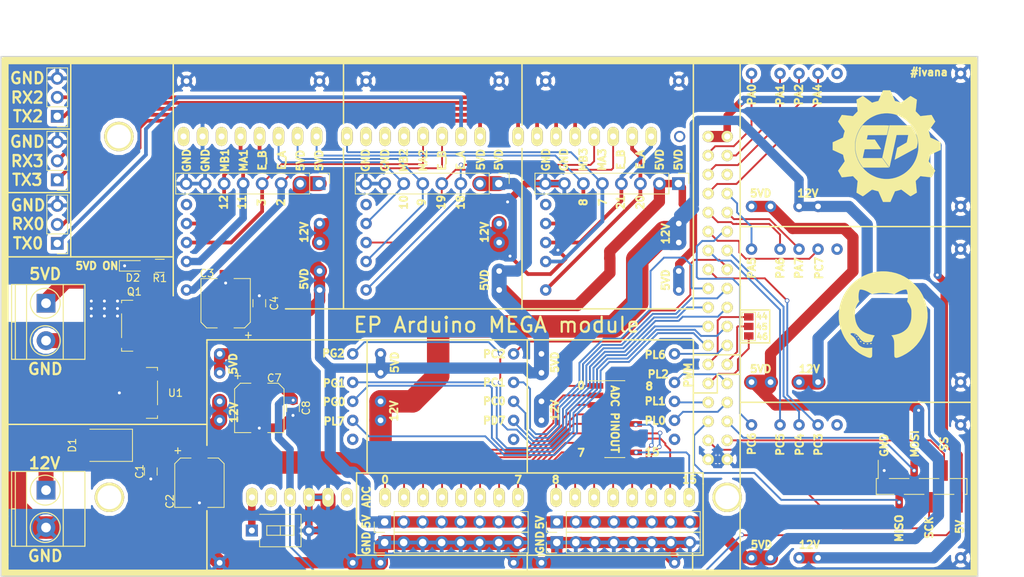
<source format=kicad_pcb>
(kicad_pcb (version 4) (host pcbnew 4.0.6+dfsg1-1)
  (layers (0 F.Cu signal) (31 B.Cu signal) (34 B.Paste user) (35 F.Paste user) (36 B.SilkS user) (37 F.SilkS user) (38 B.Mask user) (39 F.Mask user) (44 Edge.Cuts user))
  (net 0 "")
  (net 1 5V)
  (net 2 GND)
  (net 3 ENC_A_1)
  (net 4 ENC_B_1)
  (net 5 M_A_1)
  (net 6 M_B_1)
  (net 7 ENC_A_2)
  (net 8 ENC_B_2)
  (net 9 M_A_2)
  (net 10 M_B_2)
  (net 11 ENC_A_3)
  (net 12 ENC_B_3)
  (net 13 M_A_3)
  (net 14 M_B_3)
  (net 15 TX3)
  (net 16 RX3)
  (net 17 TX2)
  (net 18 RX2)
  (net 19 RX0)
  (net 20 TX0)
  (net 21 PC6)
  (net 22 PC5)
  (net 23 PC4)
  (net 24 PC3)
  (net 25 PA5)
  (net 26 PA6)
  (net 27 PA7)
  (net 28 PC7)
  (net 29 PA0)
  (net 30 PA1)
  (net 31 PA2)
  (net 32 PA4)
  (net 33 PC2)
  (net 34 PC1)
  (net 35 PC0)
  (net 36 PD7)
  (net 37 PL6)
  (net 38 PL2)
  (net 39 PL1)
  (net 40 PL0)
  (net 41 PG2)
  (net 42 PG1)
  (net 43 PG0)
  (net 44 PL7)
  (net 45 12V)
  (net 46 "Net-(D1-Pad2)")
  (net 47 AD0)
  (net 48 AD8)
  (net 49 AD1)
  (net 50 AD9)
  (net 51 AD2)
  (net 52 AD10)
  (net 53 AD3)
  (net 54 AD11)
  (net 55 AD4)
  (net 56 AD12)
  (net 57 AD5)
  (net 58 AD13)
  (net 59 AD6)
  (net 60 AD14)
  (net 61 AD7)
  (net 62 AD15)
  (net 63 +5VD)
  (net 64 "Net-(J13-Pad2)")
  (net 65 MISO)
  (net 66 MOSI)
  (net 67 SCK)
  (net 68 SS)
  (net 69 RST)
  (net 70 "Net-(D2-Pad2)")
  (net 71 "Net-(J15-Pad1)")
  (net 72 "Net-(J15-Pad2)")
  (net 73 "Net-(J15-Pad3)")
  (module Aktuator_Module:Aktuator_Module (layer F.Cu) (at 151.5 69)
    (fp_text reference M3 hide)
    (fp_text value Aktuator_Module hide)
    (pad 1 thru_hole circle (at 19.05 -1.27) (size 1.524 1.524) (drill 0.762) (layers *.Cu *.Mask) (net 63 +5VD))
    (pad 1 thru_hole circle (at 19.05 -3.81) (size 1.524 1.524) (drill 0.762) (layers *.Cu *.Mask) (net 63 +5VD))
    (pad 2 thru_hole circle (at 19.05 -7.62) (size 1.524 1.524) (drill 0.762) (layers *.Cu *.Mask) (net 45 12V))
    (pad 2 thru_hole circle (at 19.05 -10.16) (size 1.524 1.524) (drill 0.762) (layers *.Cu *.Mask) (net 45 12V))
    (pad 3 thru_hole circle (at 1.27 -1.27) (size 1.524 1.524) (drill 0.762) (layers *.Cu *.Mask) (net 7 ENC_A_2))
    (pad 4 thru_hole circle (at 1.27 -29.21) (size 1.524 1.524) (drill 0.762) (layers *.Cu *.Mask) (net 2 GND))
    (pad 4 thru_hole circle (at 19.05 -29.21) (size 1.524 1.524) (drill 0.762) (layers *.Cu *.Mask) (net 2 GND))
    (pad 6 thru_hole circle (at 1.27 -5.08) (size 1.524 1.524) (drill 0.762) (layers *.Cu *.Mask) (net 9 M_A_2))
    (pad 7 thru_hole circle (at 1.27 -7.62) (size 1.524 1.524) (drill 0.762) (layers *.Cu *.Mask) (net 8 ENC_B_2))
    (pad 8 thru_hole circle (at 1.27 -10.16) (size 1.524 1.524) (drill 0.762) (layers *.Cu *.Mask) (net 10 M_B_2))
    (pad 9 thru_hole circle (at 1.27 -12.7) (size 1.524 1.524) (drill 0.762) (layers *.Cu *.Mask))
  )
  (module "module_modif:ARDUINO MEGA SHIELD" (layer F.Cu) (at 104.5 98)
    (fp_text reference SHIELD1 hide)
    (fp_text value ARDUINO_MEGA_SHIELD hide)
    (pad 14 thru_hole oval (at 68.58 -50.8 90) (size 2.54 1.524) (drill 0.8128) (layers *.Cu *.Mask F.SilkS) (net 15 TX3))
    (pad 15 thru_hole oval (at 71.12 -50.8 90) (size 2.54 1.524) (drill 0.8128) (layers *.Cu *.Mask F.SilkS) (net 16 RX3))
    (pad 16 thru_hole oval (at 73.66 -50.8 90) (size 2.54 1.524) (drill 0.8128) (layers *.Cu *.Mask F.SilkS) (net 17 TX2))
    (pad 17 thru_hole oval (at 76.2 -50.8 90) (size 2.54 1.524) (drill 0.8128) (layers *.Cu *.Mask F.SilkS) (net 18 RX2))
    (pad 18 thru_hole oval (at 78.74 -50.8 90) (size 2.54 1.524) (drill 0.8128) (layers *.Cu *.Mask F.SilkS) (net 7 ENC_A_2))
    (pad 19 thru_hole oval (at 81.28 -50.8 90) (size 2.54 1.524) (drill 0.8128) (layers *.Cu *.Mask F.SilkS) (net 8 ENC_B_2))
    (pad 20 thru_hole oval (at 83.82 -50.8 90) (size 2.54 1.524) (drill 0.8128) (layers *.Cu *.Mask F.SilkS) (net 11 ENC_A_3))
    (pad 21 thru_hole oval (at 86.36 -50.8 90) (size 2.54 1.524) (drill 0.8128) (layers *.Cu *.Mask F.SilkS) (net 12 ENC_B_3))
    (pad AD15 thru_hole oval (at 91.44 -2.54 90) (size 2.54 1.524) (drill 0.8128) (layers *.Cu *.Mask F.SilkS) (net 62 AD15))
    (pad AD14 thru_hole oval (at 88.9 -2.54 90) (size 2.54 1.524) (drill 0.8128) (layers *.Cu *.Mask F.SilkS) (net 60 AD14))
    (pad AD13 thru_hole oval (at 86.36 -2.54 90) (size 2.54 1.524) (drill 0.8128) (layers *.Cu *.Mask F.SilkS) (net 58 AD13))
    (pad AD12 thru_hole oval (at 83.82 -2.54 90) (size 2.54 1.524) (drill 0.8128) (layers *.Cu *.Mask F.SilkS) (net 56 AD12))
    (pad AD8 thru_hole oval (at 73.66 -2.54 90) (size 2.54 1.524) (drill 0.8128) (layers *.Cu *.Mask F.SilkS) (net 48 AD8))
    (pad AD7 thru_hole oval (at 68.58 -2.54 90) (size 2.54 1.524) (drill 0.8128) (layers *.Cu *.Mask F.SilkS) (net 61 AD7))
    (pad AD6 thru_hole oval (at 66.04 -2.54 90) (size 2.54 1.524) (drill 0.8128) (layers *.Cu *.Mask F.SilkS) (net 59 AD6))
    (pad AD9 thru_hole oval (at 76.2 -2.54 90) (size 2.54 1.524) (drill 0.8128) (layers *.Cu *.Mask F.SilkS) (net 50 AD9))
    (pad AD10 thru_hole oval (at 78.74 -2.54 90) (size 2.54 1.524) (drill 0.8128) (layers *.Cu *.Mask F.SilkS) (net 52 AD10))
    (pad AD11 thru_hole oval (at 81.28 -2.54 90) (size 2.54 1.524) (drill 0.8128) (layers *.Cu *.Mask F.SilkS) (net 54 AD11))
    (pad AD5 thru_hole oval (at 63.5 -2.54 90) (size 2.54 1.524) (drill 0.8128) (layers *.Cu *.Mask F.SilkS) (net 57 AD5))
    (pad AD4 thru_hole oval (at 60.96 -2.54 90) (size 2.54 1.524) (drill 0.8128) (layers *.Cu *.Mask F.SilkS) (net 55 AD4))
    (pad AD3 thru_hole oval (at 58.42 -2.54 90) (size 2.54 1.524) (drill 0.8128) (layers *.Cu *.Mask F.SilkS) (net 53 AD3))
    (pad AD0 thru_hole oval (at 50.8 -2.54 90) (size 2.54 1.524) (drill 0.8128) (layers *.Cu *.Mask F.SilkS) (net 47 AD0))
    (pad AD1 thru_hole oval (at 53.34 -2.54 90) (size 2.54 1.524) (drill 0.8128) (layers *.Cu *.Mask F.SilkS) (net 49 AD1))
    (pad AD2 thru_hole oval (at 55.88 -2.54 90) (size 2.54 1.524) (drill 0.8128) (layers *.Cu *.Mask F.SilkS) (net 51 AD2))
    (pad V_IN thru_hole oval (at 45.72 -2.54 90) (size 2.54 1.524) (drill 0.8128) (layers *.Cu *.Mask F.SilkS))
    (pad GND2 thru_hole oval (at 43.18 -2.54 90) (size 2.54 1.524) (drill 0.8128) (layers *.Cu *.Mask F.SilkS) (net 2 GND))
    (pad GND1 thru_hole oval (at 40.64 -2.54 90) (size 2.54 1.524) (drill 0.8128) (layers *.Cu *.Mask F.SilkS) (net 2 GND))
    (pad 3V3 thru_hole oval (at 35.56 -2.54 90) (size 2.54 1.524) (drill 0.8128) (layers *.Cu *.Mask F.SilkS))
    (pad RST thru_hole oval (at 33.02 -2.54 90) (size 2.54 1.524) (drill 0.8128) (layers *.Cu *.Mask F.SilkS) (net 69 RST))
    (pad 0 thru_hole oval (at 63.5 -50.8 90) (size 2.54 1.524) (drill 0.8128) (layers *.Cu *.Mask F.SilkS) (net 19 RX0))
    (pad 1 thru_hole oval (at 60.96 -50.8 90) (size 2.54 1.524) (drill 0.8128) (layers *.Cu *.Mask F.SilkS) (net 20 TX0))
    (pad 2 thru_hole oval (at 58.42 -50.8 90) (size 2.54 1.524) (drill 0.8128) (layers *.Cu *.Mask F.SilkS) (net 3 ENC_A_1))
    (pad 3 thru_hole oval (at 55.88 -50.8 90) (size 2.54 1.524) (drill 0.8128) (layers *.Cu *.Mask F.SilkS) (net 4 ENC_B_1))
    (pad 4 thru_hole oval (at 53.34 -50.8 90) (size 2.54 1.524) (drill 0.8128) (layers *.Cu *.Mask F.SilkS))
    (pad 5 thru_hole oval (at 50.8 -50.8 90) (size 2.54 1.524) (drill 0.8128) (layers *.Cu *.Mask F.SilkS))
    (pad 6 thru_hole oval (at 48.26 -50.8 90) (size 2.54 1.524) (drill 0.8128) (layers *.Cu *.Mask F.SilkS))
    (pad 7 thru_hole oval (at 45.72 -50.8 90) (size 2.54 1.524) (drill 0.8128) (layers *.Cu *.Mask F.SilkS) (net 13 M_A_3))
    (pad 8 thru_hole oval (at 41.656 -50.8 90) (size 2.54 1.524) (drill 0.8128) (layers *.Cu *.Mask F.SilkS) (net 14 M_B_3))
    (pad 9 thru_hole oval (at 39.116 -50.8 90) (size 2.54 1.524) (drill 0.8128) (layers *.Cu *.Mask F.SilkS) (net 9 M_A_2))
    (pad 10 thru_hole oval (at 36.576 -50.8 90) (size 2.54 1.524) (drill 0.8128) (layers *.Cu *.Mask F.SilkS) (net 10 M_B_2))
    (pad 11 thru_hole oval (at 34.036 -50.8 90) (size 2.54 1.524) (drill 0.8128) (layers *.Cu *.Mask F.SilkS) (net 5 M_A_1))
    (pad 12 thru_hole oval (at 31.496 -50.8 90) (size 2.54 1.524) (drill 0.8128) (layers *.Cu *.Mask F.SilkS) (net 6 M_B_1))
    (pad 13 thru_hole oval (at 28.956 -50.8 90) (size 2.54 1.524) (drill 0.8128) (layers *.Cu *.Mask F.SilkS))
    (pad GND3 thru_hole oval (at 26.416 -50.8 90) (size 2.54 1.524) (drill 0.8128) (layers *.Cu *.Mask F.SilkS) (net 2 GND))
    (pad AREF thru_hole oval (at 23.876 -50.8 90) (size 2.54 1.524) (drill 0.8128) (layers *.Cu *.Mask F.SilkS))
    (pad 5V thru_hole oval (at 38.1 -2.54 90) (size 2.54 1.524) (drill 0.8128) (layers *.Cu *.Mask F.SilkS) (net 1 5V))
    (pad "" thru_hole circle (at 96.52 -2.54 90) (size 3.937 3.937) (drill 3.175) (layers *.Cu *.Mask F.SilkS))
    (pad "" thru_hole circle (at 90.17 -50.8 90) (size 1.5 1.5) (drill 1) (layers *.Cu))
    (pad "" thru_hole circle (at 15.24 -50.8 90) (size 3.937 3.937) (drill 3.175) (layers *.Cu *.Mask F.SilkS))
    (pad "" thru_hole circle (at 13.97 -2.54 90) (size 3.937 3.937) (drill 3.175) (layers *.Cu *.Mask F.SilkS))
    (pad 22 thru_hole circle (at 93.98 -48.26) (size 1.524 1.524) (drill 0.8128) (layers *.Cu *.Mask F.SilkS) (net 29 PA0))
    (pad 23 thru_hole circle (at 96.52 -48.26) (size 1.524 1.524) (drill 0.8128) (layers *.Cu *.Mask F.SilkS) (net 30 PA1))
    (pad 24 thru_hole circle (at 93.98 -45.72) (size 1.524 1.524) (drill 0.8128) (layers *.Cu *.Mask F.SilkS) (net 31 PA2))
    (pad 25 thru_hole circle (at 96.52 -45.72) (size 1.524 1.524) (drill 0.8128) (layers *.Cu *.Mask F.SilkS))
    (pad 26 thru_hole circle (at 93.98 -43.18) (size 1.524 1.524) (drill 0.8128) (layers *.Cu *.Mask F.SilkS) (net 32 PA4))
    (pad 27 thru_hole circle (at 96.52 -43.18) (size 1.524 1.524) (drill 0.8128) (layers *.Cu *.Mask F.SilkS) (net 25 PA5))
    (pad 28 thru_hole circle (at 93.98 -40.64) (size 1.524 1.524) (drill 0.8128) (layers *.Cu *.Mask F.SilkS) (net 26 PA6))
    (pad 29 thru_hole circle (at 96.52 -40.64) (size 1.524 1.524) (drill 0.8128) (layers *.Cu *.Mask F.SilkS) (net 27 PA7))
    (pad 5V_4 thru_hole circle (at 93.98 -50.8) (size 1.524 1.524) (drill 0.8128) (layers *.Cu *.Mask F.SilkS) (net 1 5V))
    (pad 5V_5 thru_hole circle (at 96.52 -50.8) (size 1.524 1.524) (drill 0.8128) (layers *.Cu *.Mask F.SilkS) (net 1 5V))
    (pad 31 thru_hole circle (at 96.52 -38.1) (size 1.524 1.524) (drill 0.8128) (layers *.Cu *.Mask F.SilkS) (net 21 PC6))
    (pad 30 thru_hole circle (at 93.98 -38.1) (size 1.524 1.524) (drill 0.8128) (layers *.Cu *.Mask F.SilkS) (net 28 PC7))
    (pad 32 thru_hole circle (at 93.98 -35.56) (size 1.524 1.524) (drill 0.8128) (layers *.Cu *.Mask F.SilkS) (net 22 PC5))
    (pad 33 thru_hole circle (at 96.52 -35.56) (size 1.524 1.524) (drill 0.8128) (layers *.Cu *.Mask F.SilkS) (net 23 PC4))
    (pad 34 thru_hole circle (at 93.98 -33.02) (size 1.524 1.524) (drill 0.8128) (layers *.Cu *.Mask F.SilkS) (net 24 PC3))
    (pad 35 thru_hole circle (at 96.52 -33.02) (size 1.524 1.524) (drill 0.8128) (layers *.Cu *.Mask F.SilkS) (net 33 PC2))
    (pad 36 thru_hole circle (at 93.98 -30.48) (size 1.524 1.524) (drill 0.8128) (layers *.Cu *.Mask F.SilkS) (net 34 PC1))
    (pad 37 thru_hole circle (at 96.52 -30.48) (size 1.524 1.524) (drill 0.8128) (layers *.Cu *.Mask F.SilkS) (net 35 PC0))
    (pad 38 thru_hole circle (at 93.98 -27.94) (size 1.524 1.524) (drill 0.8128) (layers *.Cu *.Mask F.SilkS) (net 36 PD7))
    (pad 39 thru_hole circle (at 96.52 -27.94) (size 1.524 1.524) (drill 0.8128) (layers *.Cu *.Mask F.SilkS) (net 41 PG2))
    (pad 40 thru_hole circle (at 93.98 -25.4) (size 1.524 1.524) (drill 0.8128) (layers *.Cu *.Mask F.SilkS) (net 42 PG1))
    (pad 41 thru_hole circle (at 96.52 -25.4) (size 1.524 1.524) (drill 0.8128) (layers *.Cu *.Mask F.SilkS) (net 43 PG0))
    (pad 42 thru_hole circle (at 93.98 -22.86) (size 1.524 1.524) (drill 0.8128) (layers *.Cu *.Mask F.SilkS) (net 44 PL7))
    (pad 43 thru_hole circle (at 96.52 -22.86) (size 1.524 1.524) (drill 0.8128) (layers *.Cu *.Mask F.SilkS) (net 37 PL6))
    (pad 44 thru_hole circle (at 93.98 -20.32) (size 1.524 1.524) (drill 0.8128) (layers *.Cu *.Mask F.SilkS) (net 71 "Net-(J15-Pad1)"))
    (pad 45 thru_hole circle (at 96.52 -20.32) (size 1.524 1.524) (drill 0.8128) (layers *.Cu *.Mask F.SilkS) (net 72 "Net-(J15-Pad2)"))
    (pad 46 thru_hole circle (at 93.98 -17.78) (size 1.524 1.524) (drill 0.8128) (layers *.Cu *.Mask F.SilkS) (net 73 "Net-(J15-Pad3)"))
    (pad 47 thru_hole circle (at 96.52 -17.78) (size 1.524 1.524) (drill 0.8128) (layers *.Cu *.Mask F.SilkS) (net 38 PL2))
    (pad 48 thru_hole circle (at 93.98 -15.24) (size 1.524 1.524) (drill 0.8128) (layers *.Cu *.Mask F.SilkS) (net 39 PL1))
    (pad 49 thru_hole circle (at 96.52 -15.24) (size 1.524 1.524) (drill 0.8128) (layers *.Cu *.Mask F.SilkS) (net 40 PL0))
    (pad 50 thru_hole circle (at 93.98 -12.7) (size 1.524 1.524) (drill 0.8128) (layers *.Cu *.Mask F.SilkS) (net 65 MISO))
    (pad 51 thru_hole circle (at 96.52 -12.7) (size 1.524 1.524) (drill 0.8128) (layers *.Cu *.Mask F.SilkS) (net 66 MOSI))
    (pad 52 thru_hole circle (at 93.98 -10.16) (size 1.524 1.524) (drill 0.8128) (layers *.Cu *.Mask F.SilkS) (net 67 SCK))
    (pad 53 thru_hole circle (at 96.52 -10.16) (size 1.524 1.524) (drill 0.8128) (layers *.Cu *.Mask F.SilkS) (net 68 SS))
    (pad GND4 thru_hole circle (at 93.98 -7.62) (size 1.524 1.524) (drill 0.8128) (layers *.Cu *.Mask F.SilkS) (net 2 GND))
    (pad GND5 thru_hole circle (at 96.52 -7.62) (size 1.524 1.524) (drill 0.8128) (layers *.Cu *.Mask F.SilkS) (net 2 GND))
  )
  (module Aktuator_Module:Aktuator_Module (layer F.Cu) (at 203 37.5 270)
    (fp_text reference M6 hide)
    (fp_text value Aktuator_Module hide)
    (pad 1 thru_hole circle (at 19.05 -1.27 270) (size 1.524 1.524) (drill 0.762) (layers *.Cu *.Mask) (net 63 +5VD))
    (pad 1 thru_hole circle (at 19.05 -3.81 270) (size 1.524 1.524) (drill 0.762) (layers *.Cu *.Mask) (net 63 +5VD))
    (pad 2 thru_hole circle (at 19.05 -7.62 270) (size 1.524 1.524) (drill 0.762) (layers *.Cu *.Mask) (net 45 12V))
    (pad 2 thru_hole circle (at 19.05 -10.16 270) (size 1.524 1.524) (drill 0.762) (layers *.Cu *.Mask) (net 45 12V))
    (pad 3 thru_hole circle (at 1.27 -1.27 270) (size 1.524 1.524) (drill 0.762) (layers *.Cu *.Mask) (net 29 PA0))
    (pad 4 thru_hole circle (at 1.27 -29.21 270) (size 1.524 1.524) (drill 0.762) (layers *.Cu *.Mask) (net 2 GND))
    (pad 4 thru_hole circle (at 19.05 -29.21 270) (size 1.524 1.524) (drill 0.762) (layers *.Cu *.Mask) (net 2 GND))
    (pad 6 thru_hole circle (at 1.27 -5.08 270) (size 1.524 1.524) (drill 0.762) (layers *.Cu *.Mask) (net 30 PA1))
    (pad 7 thru_hole circle (at 1.27 -7.62 270) (size 1.524 1.524) (drill 0.762) (layers *.Cu *.Mask) (net 31 PA2))
    (pad 8 thru_hole circle (at 1.27 -10.16 270) (size 1.524 1.524) (drill 0.762) (layers *.Cu *.Mask) (net 32 PA4))
    (pad 9 thru_hole circle (at 1.27 -12.7 270) (size 1.524 1.524) (drill 0.762) (layers *.Cu *.Mask))
  )
  (module Pin_Headers:Pin_Header_Straight_1x08_Pitch2.54mm (layer F.Cu) (at 155.25 98.75 90)
    (fp_text reference J1 hide)
    (fp_text value 5V_AD0 hide)
    (pad 1 thru_hole rect (at 0 0 90) (size 1.7 1.7) (drill 1) (layers *.Cu *.Mask) (net 63 +5VD))
    (pad 2 thru_hole oval (at 0 2.54 90) (size 1.7 1.7) (drill 1) (layers *.Cu *.Mask) (net 63 +5VD))
    (pad 3 thru_hole oval (at 0 5.08 90) (size 1.7 1.7) (drill 1) (layers *.Cu *.Mask) (net 63 +5VD))
    (pad 4 thru_hole oval (at 0 7.62 90) (size 1.7 1.7) (drill 1) (layers *.Cu *.Mask) (net 63 +5VD))
    (pad 5 thru_hole oval (at 0 10.16 90) (size 1.7 1.7) (drill 1) (layers *.Cu *.Mask) (net 63 +5VD))
    (pad 6 thru_hole oval (at 0 12.7 90) (size 1.7 1.7) (drill 1) (layers *.Cu *.Mask) (net 63 +5VD))
    (pad 7 thru_hole oval (at 0 15.24 90) (size 1.7 1.7) (drill 1) (layers *.Cu *.Mask) (net 63 +5VD))
    (pad 8 thru_hole oval (at 0 17.78 90) (size 1.7 1.7) (drill 1) (layers *.Cu *.Mask) (net 63 +5VD))
  )
  (module Pin_Headers:Pin_Header_Straight_1x08_Pitch2.54mm (layer F.Cu) (at 178.25 98.75 90)
    (fp_text reference J2 hide)
    (fp_text value 5V_AD8 hide)
    (pad 1 thru_hole rect (at 0 0 90) (size 1.7 1.7) (drill 1) (layers *.Cu *.Mask) (net 63 +5VD))
    (pad 2 thru_hole oval (at 0 2.54 90) (size 1.7 1.7) (drill 1) (layers *.Cu *.Mask) (net 63 +5VD))
    (pad 3 thru_hole oval (at 0 5.08 90) (size 1.7 1.7) (drill 1) (layers *.Cu *.Mask) (net 63 +5VD))
    (pad 4 thru_hole oval (at 0 7.62 90) (size 1.7 1.7) (drill 1) (layers *.Cu *.Mask) (net 63 +5VD))
    (pad 5 thru_hole oval (at 0 10.16 90) (size 1.7 1.7) (drill 1) (layers *.Cu *.Mask) (net 63 +5VD))
    (pad 6 thru_hole oval (at 0 12.7 90) (size 1.7 1.7) (drill 1) (layers *.Cu *.Mask) (net 63 +5VD))
    (pad 7 thru_hole oval (at 0 15.24 90) (size 1.7 1.7) (drill 1) (layers *.Cu *.Mask) (net 63 +5VD))
    (pad 8 thru_hole oval (at 0 17.78 90) (size 1.7 1.7) (drill 1) (layers *.Cu *.Mask) (net 63 +5VD))
  )
  (module Pin_Headers:Pin_Header_Straight_1x08_Pitch2.54mm (layer F.Cu) (at 155.25 101.5 90)
    (fp_text reference J3 hide)
    (fp_text value GND_AD0 hide)
    (pad 1 thru_hole rect (at 0 0 90) (size 1.7 1.7) (drill 1) (layers *.Cu *.Mask) (net 2 GND))
    (pad 2 thru_hole oval (at 0 2.54 90) (size 1.7 1.7) (drill 1) (layers *.Cu *.Mask) (net 2 GND))
    (pad 3 thru_hole oval (at 0 5.08 90) (size 1.7 1.7) (drill 1) (layers *.Cu *.Mask) (net 2 GND))
    (pad 4 thru_hole oval (at 0 7.62 90) (size 1.7 1.7) (drill 1) (layers *.Cu *.Mask) (net 2 GND))
    (pad 5 thru_hole oval (at 0 10.16 90) (size 1.7 1.7) (drill 1) (layers *.Cu *.Mask) (net 2 GND))
    (pad 6 thru_hole oval (at 0 12.7 90) (size 1.7 1.7) (drill 1) (layers *.Cu *.Mask) (net 2 GND))
    (pad 7 thru_hole oval (at 0 15.24 90) (size 1.7 1.7) (drill 1) (layers *.Cu *.Mask) (net 2 GND))
    (pad 8 thru_hole oval (at 0 17.78 90) (size 1.7 1.7) (drill 1) (layers *.Cu *.Mask) (net 2 GND))
  )
  (module Pin_Headers:Pin_Header_Straight_1x08_Pitch2.54mm (layer F.Cu) (at 178.25 101.5 90)
    (fp_text reference J4 hide)
    (fp_text value GND_AD8 hide)
    (pad 1 thru_hole rect (at 0 0 90) (size 1.7 1.7) (drill 1) (layers *.Cu *.Mask) (net 2 GND))
    (pad 2 thru_hole oval (at 0 2.54 90) (size 1.7 1.7) (drill 1) (layers *.Cu *.Mask) (net 2 GND))
    (pad 3 thru_hole oval (at 0 5.08 90) (size 1.7 1.7) (drill 1) (layers *.Cu *.Mask) (net 2 GND))
    (pad 4 thru_hole oval (at 0 7.62 90) (size 1.7 1.7) (drill 1) (layers *.Cu *.Mask) (net 2 GND))
    (pad 5 thru_hole oval (at 0 10.16 90) (size 1.7 1.7) (drill 1) (layers *.Cu *.Mask) (net 2 GND))
    (pad 6 thru_hole oval (at 0 12.7 90) (size 1.7 1.7) (drill 1) (layers *.Cu *.Mask) (net 2 GND))
    (pad 7 thru_hole oval (at 0 15.24 90) (size 1.7 1.7) (drill 1) (layers *.Cu *.Mask) (net 2 GND))
    (pad 8 thru_hole oval (at 0 17.78 90) (size 1.7 1.7) (drill 1) (layers *.Cu *.Mask) (net 2 GND))
  )
  (module Pin_Headers:Pin_Header_Straight_1x08_Pitch2.54mm (layer F.Cu) (at 146.5 53.5 270)
    (fp_text reference J5 hide)
    (fp_text value ENC_M_1 hide)
    (pad 1 thru_hole rect (at 0 0 270) (size 1.7 1.7) (drill 1) (layers *.Cu *.Mask) (net 63 +5VD))
    (pad 2 thru_hole oval (at 0 2.54 270) (size 1.7 1.7) (drill 1) (layers *.Cu *.Mask) (net 63 +5VD))
    (pad 3 thru_hole oval (at 0 5.08 270) (size 1.7 1.7) (drill 1) (layers *.Cu *.Mask) (net 3 ENC_A_1))
    (pad 4 thru_hole oval (at 0 7.62 270) (size 1.7 1.7) (drill 1) (layers *.Cu *.Mask) (net 4 ENC_B_1))
    (pad 5 thru_hole oval (at 0 10.16 270) (size 1.7 1.7) (drill 1) (layers *.Cu *.Mask) (net 5 M_A_1))
    (pad 6 thru_hole oval (at 0 12.7 270) (size 1.7 1.7) (drill 1) (layers *.Cu *.Mask) (net 6 M_B_1))
    (pad 7 thru_hole oval (at 0 15.24 270) (size 1.7 1.7) (drill 1) (layers *.Cu *.Mask) (net 2 GND))
    (pad 8 thru_hole oval (at 0 17.78 270) (size 1.7 1.7) (drill 1) (layers *.Cu *.Mask) (net 2 GND))
  )
  (module Pin_Headers:Pin_Header_Straight_1x08_Pitch2.54mm (layer F.Cu) (at 170.5 53.5 270)
    (fp_text reference J6 hide)
    (fp_text value ENC_M_2 hide)
    (pad 1 thru_hole rect (at 0 0 270) (size 1.7 1.7) (drill 1) (layers *.Cu *.Mask) (net 63 +5VD))
    (pad 2 thru_hole oval (at 0 2.54 270) (size 1.7 1.7) (drill 1) (layers *.Cu *.Mask) (net 63 +5VD))
    (pad 3 thru_hole oval (at 0 5.08 270) (size 1.7 1.7) (drill 1) (layers *.Cu *.Mask) (net 7 ENC_A_2))
    (pad 4 thru_hole oval (at 0 7.62 270) (size 1.7 1.7) (drill 1) (layers *.Cu *.Mask) (net 8 ENC_B_2))
    (pad 5 thru_hole oval (at 0 10.16 270) (size 1.7 1.7) (drill 1) (layers *.Cu *.Mask) (net 9 M_A_2))
    (pad 6 thru_hole oval (at 0 12.7 270) (size 1.7 1.7) (drill 1) (layers *.Cu *.Mask) (net 10 M_B_2))
    (pad 7 thru_hole oval (at 0 15.24 270) (size 1.7 1.7) (drill 1) (layers *.Cu *.Mask) (net 2 GND))
    (pad 8 thru_hole oval (at 0 17.78 270) (size 1.7 1.7) (drill 1) (layers *.Cu *.Mask) (net 2 GND))
  )
  (module Pin_Headers:Pin_Header_Straight_1x08_Pitch2.54mm (layer F.Cu) (at 194.5 53.5 270)
    (fp_text reference J7 hide)
    (fp_text value ENC_M_3 hide)
    (pad 1 thru_hole rect (at 0 0 270) (size 1.7 1.7) (drill 1) (layers *.Cu *.Mask) (net 63 +5VD))
    (pad 2 thru_hole oval (at 0 2.54 270) (size 1.7 1.7) (drill 1) (layers *.Cu *.Mask) (net 63 +5VD))
    (pad 3 thru_hole oval (at 0 5.08 270) (size 1.7 1.7) (drill 1) (layers *.Cu *.Mask) (net 11 ENC_A_3))
    (pad 4 thru_hole oval (at 0 7.62 270) (size 1.7 1.7) (drill 1) (layers *.Cu *.Mask) (net 12 ENC_B_3))
    (pad 5 thru_hole oval (at 0 10.16 270) (size 1.7 1.7) (drill 1) (layers *.Cu *.Mask) (net 13 M_A_3))
    (pad 6 thru_hole oval (at 0 12.7 270) (size 1.7 1.7) (drill 1) (layers *.Cu *.Mask) (net 14 M_B_3))
    (pad 7 thru_hole oval (at 0 15.24 270) (size 1.7 1.7) (drill 1) (layers *.Cu *.Mask) (net 2 GND))
    (pad 8 thru_hole oval (at 0 17.78 270) (size 1.7 1.7) (drill 1) (layers *.Cu *.Mask) (net 2 GND))
  )
  (module Aktuator_Module:Aktuator_Module (layer F.Cu) (at 175.5 69)
    (fp_text reference M1 hide)
    (fp_text value Aktuator_Module hide)
    (pad 1 thru_hole circle (at 19.05 -1.27) (size 1.524 1.524) (drill 0.762) (layers *.Cu *.Mask) (net 63 +5VD))
    (pad 1 thru_hole circle (at 19.05 -3.81) (size 1.524 1.524) (drill 0.762) (layers *.Cu *.Mask) (net 63 +5VD))
    (pad 2 thru_hole circle (at 19.05 -7.62) (size 1.524 1.524) (drill 0.762) (layers *.Cu *.Mask) (net 45 12V))
    (pad 2 thru_hole circle (at 19.05 -10.16) (size 1.524 1.524) (drill 0.762) (layers *.Cu *.Mask) (net 45 12V))
    (pad 3 thru_hole circle (at 1.27 -1.27) (size 1.524 1.524) (drill 0.762) (layers *.Cu *.Mask) (net 11 ENC_A_3))
    (pad 4 thru_hole circle (at 1.27 -29.21) (size 1.524 1.524) (drill 0.762) (layers *.Cu *.Mask) (net 2 GND))
    (pad 4 thru_hole circle (at 19.05 -29.21) (size 1.524 1.524) (drill 0.762) (layers *.Cu *.Mask) (net 2 GND))
    (pad 6 thru_hole circle (at 1.27 -5.08) (size 1.524 1.524) (drill 0.762) (layers *.Cu *.Mask) (net 13 M_A_3))
    (pad 7 thru_hole circle (at 1.27 -7.62) (size 1.524 1.524) (drill 0.762) (layers *.Cu *.Mask) (net 12 ENC_B_3))
    (pad 8 thru_hole circle (at 1.27 -10.16) (size 1.524 1.524) (drill 0.762) (layers *.Cu *.Mask) (net 14 M_B_3))
    (pad 9 thru_hole circle (at 1.27 -12.7) (size 1.524 1.524) (drill 0.762) (layers *.Cu *.Mask))
  )
  (module Aktuator_Module:Aktuator_Module (layer F.Cu) (at 127.5 69)
    (fp_text reference M2 hide)
    (fp_text value Aktuator_Module hide)
    (pad 1 thru_hole circle (at 19.05 -1.27) (size 1.524 1.524) (drill 0.762) (layers *.Cu *.Mask) (net 63 +5VD))
    (pad 1 thru_hole circle (at 19.05 -3.81) (size 1.524 1.524) (drill 0.762) (layers *.Cu *.Mask) (net 63 +5VD))
    (pad 2 thru_hole circle (at 19.05 -7.62) (size 1.524 1.524) (drill 0.762) (layers *.Cu *.Mask) (net 45 12V))
    (pad 2 thru_hole circle (at 19.05 -10.16) (size 1.524 1.524) (drill 0.762) (layers *.Cu *.Mask) (net 45 12V))
    (pad 3 thru_hole circle (at 1.27 -1.27) (size 1.524 1.524) (drill 0.762) (layers *.Cu *.Mask) (net 3 ENC_A_1))
    (pad 4 thru_hole circle (at 1.27 -29.21) (size 1.524 1.524) (drill 0.762) (layers *.Cu *.Mask) (net 2 GND))
    (pad 4 thru_hole circle (at 19.05 -29.21) (size 1.524 1.524) (drill 0.762) (layers *.Cu *.Mask) (net 2 GND))
    (pad 6 thru_hole circle (at 1.27 -5.08) (size 1.524 1.524) (drill 0.762) (layers *.Cu *.Mask) (net 5 M_A_1))
    (pad 7 thru_hole circle (at 1.27 -7.62) (size 1.524 1.524) (drill 0.762) (layers *.Cu *.Mask) (net 4 ENC_B_1))
    (pad 8 thru_hole circle (at 1.27 -10.16) (size 1.524 1.524) (drill 0.762) (layers *.Cu *.Mask) (net 6 M_B_1))
    (pad 9 thru_hole circle (at 1.27 -12.7) (size 1.524 1.524) (drill 0.762) (layers *.Cu *.Mask))
  )
  (module Aktuator_Module:Aktuator_Module (layer F.Cu) (at 203 84.5 270)
    (fp_text reference M4 hide)
    (fp_text value Aktuator_Module hide)
    (pad 1 thru_hole circle (at 19.05 -1.27 270) (size 1.524 1.524) (drill 0.762) (layers *.Cu *.Mask) (net 63 +5VD))
    (pad 1 thru_hole circle (at 19.05 -3.81 270) (size 1.524 1.524) (drill 0.762) (layers *.Cu *.Mask) (net 63 +5VD))
    (pad 2 thru_hole circle (at 19.05 -7.62 270) (size 1.524 1.524) (drill 0.762) (layers *.Cu *.Mask) (net 45 12V))
    (pad 2 thru_hole circle (at 19.05 -10.16 270) (size 1.524 1.524) (drill 0.762) (layers *.Cu *.Mask) (net 45 12V))
    (pad 3 thru_hole circle (at 1.27 -1.27 270) (size 1.524 1.524) (drill 0.762) (layers *.Cu *.Mask) (net 21 PC6))
    (pad 4 thru_hole circle (at 1.27 -29.21 270) (size 1.524 1.524) (drill 0.762) (layers *.Cu *.Mask) (net 2 GND))
    (pad 4 thru_hole circle (at 19.05 -29.21 270) (size 1.524 1.524) (drill 0.762) (layers *.Cu *.Mask) (net 2 GND))
    (pad 6 thru_hole circle (at 1.27 -5.08 270) (size 1.524 1.524) (drill 0.762) (layers *.Cu *.Mask) (net 22 PC5))
    (pad 7 thru_hole circle (at 1.27 -7.62 270) (size 1.524 1.524) (drill 0.762) (layers *.Cu *.Mask) (net 23 PC4))
    (pad 8 thru_hole circle (at 1.27 -10.16 270) (size 1.524 1.524) (drill 0.762) (layers *.Cu *.Mask) (net 24 PC3))
    (pad 9 thru_hole circle (at 1.27 -12.7 270) (size 1.524 1.524) (drill 0.762) (layers *.Cu *.Mask))
  )
  (module Aktuator_Module:Aktuator_Module (layer F.Cu) (at 203 61 270)
    (fp_text reference M5 hide)
    (fp_text value Aktuator_Module hide)
    (pad 1 thru_hole circle (at 19.05 -1.27 270) (size 1.524 1.524) (drill 0.762) (layers *.Cu *.Mask) (net 63 +5VD))
    (pad 1 thru_hole circle (at 19.05 -3.81 270) (size 1.524 1.524) (drill 0.762) (layers *.Cu *.Mask) (net 63 +5VD))
    (pad 2 thru_hole circle (at 19.05 -7.62 270) (size 1.524 1.524) (drill 0.762) (layers *.Cu *.Mask) (net 45 12V))
    (pad 2 thru_hole circle (at 19.05 -10.16 270) (size 1.524 1.524) (drill 0.762) (layers *.Cu *.Mask) (net 45 12V))
    (pad 3 thru_hole circle (at 1.27 -1.27 270) (size 1.524 1.524) (drill 0.762) (layers *.Cu *.Mask) (net 25 PA5))
    (pad 4 thru_hole circle (at 1.27 -29.21 270) (size 1.524 1.524) (drill 0.762) (layers *.Cu *.Mask) (net 2 GND))
    (pad 4 thru_hole circle (at 19.05 -29.21 270) (size 1.524 1.524) (drill 0.762) (layers *.Cu *.Mask) (net 2 GND))
    (pad 6 thru_hole circle (at 1.27 -5.08 270) (size 1.524 1.524) (drill 0.762) (layers *.Cu *.Mask) (net 26 PA6))
    (pad 7 thru_hole circle (at 1.27 -7.62 270) (size 1.524 1.524) (drill 0.762) (layers *.Cu *.Mask) (net 27 PA7))
    (pad 8 thru_hole circle (at 1.27 -10.16 270) (size 1.524 1.524) (drill 0.762) (layers *.Cu *.Mask) (net 28 PC7))
    (pad 9 thru_hole circle (at 1.27 -12.7 270) (size 1.524 1.524) (drill 0.762) (layers *.Cu *.Mask))
  )
  (module Aktuator_Module:Aktuator_Module (layer F.Cu) (at 173.75 75 180)
    (fp_text reference M7 hide)
    (fp_text value Aktuator_Module hide)
    (pad 1 thru_hole circle (at 19.05 -1.27 180) (size 1.524 1.524) (drill 0.762) (layers *.Cu *.Mask) (net 63 +5VD))
    (pad 1 thru_hole circle (at 19.05 -3.81 180) (size 1.524 1.524) (drill 0.762) (layers *.Cu *.Mask) (net 63 +5VD))
    (pad 2 thru_hole circle (at 19.05 -7.62 180) (size 1.524 1.524) (drill 0.762) (layers *.Cu *.Mask) (net 45 12V))
    (pad 2 thru_hole circle (at 19.05 -10.16 180) (size 1.524 1.524) (drill 0.762) (layers *.Cu *.Mask) (net 45 12V))
    (pad 3 thru_hole circle (at 1.27 -1.27 180) (size 1.524 1.524) (drill 0.762) (layers *.Cu *.Mask) (net 33 PC2))
    (pad 4 thru_hole circle (at 1.27 -29.21 180) (size 1.524 1.524) (drill 0.762) (layers *.Cu *.Mask) (net 2 GND))
    (pad 4 thru_hole circle (at 19.05 -29.21 180) (size 1.524 1.524) (drill 0.762) (layers *.Cu *.Mask) (net 2 GND))
    (pad 6 thru_hole circle (at 1.27 -5.08 180) (size 1.524 1.524) (drill 0.762) (layers *.Cu *.Mask) (net 34 PC1))
    (pad 7 thru_hole circle (at 1.27 -7.62 180) (size 1.524 1.524) (drill 0.762) (layers *.Cu *.Mask) (net 35 PC0))
    (pad 8 thru_hole circle (at 1.27 -10.16 180) (size 1.524 1.524) (drill 0.762) (layers *.Cu *.Mask) (net 36 PD7))
    (pad 9 thru_hole circle (at 1.27 -12.7 180) (size 1.524 1.524) (drill 0.762) (layers *.Cu *.Mask))
  )
  (module Aktuator_Module:Aktuator_Module (layer F.Cu) (at 195.25 75 180)
    (fp_text reference M8 hide)
    (fp_text value Aktuator_Module hide)
    (pad 1 thru_hole circle (at 19.05 -1.27 180) (size 1.524 1.524) (drill 0.762) (layers *.Cu *.Mask) (net 63 +5VD))
    (pad 1 thru_hole circle (at 19.05 -3.81 180) (size 1.524 1.524) (drill 0.762) (layers *.Cu *.Mask) (net 63 +5VD))
    (pad 2 thru_hole circle (at 19.05 -7.62 180) (size 1.524 1.524) (drill 0.762) (layers *.Cu *.Mask) (net 45 12V))
    (pad 2 thru_hole circle (at 19.05 -10.16 180) (size 1.524 1.524) (drill 0.762) (layers *.Cu *.Mask) (net 45 12V))
    (pad 3 thru_hole circle (at 1.27 -1.27 180) (size 1.524 1.524) (drill 0.762) (layers *.Cu *.Mask) (net 37 PL6))
    (pad 4 thru_hole circle (at 1.27 -29.21 180) (size 1.524 1.524) (drill 0.762) (layers *.Cu *.Mask) (net 2 GND))
    (pad 4 thru_hole circle (at 19.05 -29.21 180) (size 1.524 1.524) (drill 0.762) (layers *.Cu *.Mask) (net 2 GND))
    (pad 6 thru_hole circle (at 1.27 -5.08 180) (size 1.524 1.524) (drill 0.762) (layers *.Cu *.Mask) (net 38 PL2))
    (pad 7 thru_hole circle (at 1.27 -7.62 180) (size 1.524 1.524) (drill 0.762) (layers *.Cu *.Mask) (net 39 PL1))
    (pad 8 thru_hole circle (at 1.27 -10.16 180) (size 1.524 1.524) (drill 0.762) (layers *.Cu *.Mask) (net 40 PL0))
    (pad 9 thru_hole circle (at 1.27 -12.7 180) (size 1.524 1.524) (drill 0.762) (layers *.Cu *.Mask))
  )
  (module Aktuator_Module:Aktuator_Module (layer F.Cu) (at 152.25 75 180)
    (fp_text reference M9 hide)
    (fp_text value Aktuator_Module hide)
    (pad 1 thru_hole circle (at 19.05 -1.27 180) (size 1.524 1.524) (drill 0.762) (layers *.Cu *.Mask) (net 63 +5VD))
    (pad 1 thru_hole circle (at 19.05 -3.81 180) (size 1.524 1.524) (drill 0.762) (layers *.Cu *.Mask) (net 63 +5VD))
    (pad 2 thru_hole circle (at 19.05 -7.62 180) (size 1.524 1.524) (drill 0.762) (layers *.Cu *.Mask) (net 45 12V))
    (pad 2 thru_hole circle (at 19.05 -10.16 180) (size 1.524 1.524) (drill 0.762) (layers *.Cu *.Mask) (net 45 12V))
    (pad 3 thru_hole circle (at 1.27 -1.27 180) (size 1.524 1.524) (drill 0.762) (layers *.Cu *.Mask) (net 41 PG2))
    (pad 4 thru_hole circle (at 1.27 -29.21 180) (size 1.524 1.524) (drill 0.762) (layers *.Cu *.Mask) (net 2 GND))
    (pad 4 thru_hole circle (at 19.05 -29.21 180) (size 1.524 1.524) (drill 0.762) (layers *.Cu *.Mask) (net 2 GND))
    (pad 6 thru_hole circle (at 1.27 -5.08 180) (size 1.524 1.524) (drill 0.762) (layers *.Cu *.Mask) (net 42 PG1))
    (pad 7 thru_hole circle (at 1.27 -7.62 180) (size 1.524 1.524) (drill 0.762) (layers *.Cu *.Mask) (net 43 PG0))
    (pad 8 thru_hole circle (at 1.27 -10.16 180) (size 1.524 1.524) (drill 0.762) (layers *.Cu *.Mask) (net 44 PL7))
    (pad 9 thru_hole circle (at 1.27 -12.7 180) (size 1.524 1.524) (drill 0.762) (layers *.Cu *.Mask))
  )
  (module Pin_Headers:Pin_Header_Straight_1x03_Pitch2.54mm (layer F.Cu) (at 111.5 61.5 180)
    (fp_text reference J8 hide)
    (fp_text value CONN_01X03 hide)
    (pad 1 thru_hole rect (at 0 0 180) (size 1.7 1.7) (drill 1) (layers *.Cu *.Mask) (net 20 TX0))
    (pad 2 thru_hole oval (at 0 2.54 180) (size 1.7 1.7) (drill 1) (layers *.Cu *.Mask) (net 19 RX0))
    (pad 3 thru_hole oval (at 0 5.08 180) (size 1.7 1.7) (drill 1) (layers *.Cu *.Mask) (net 2 GND))
  )
  (module Pin_Headers:Pin_Header_Straight_1x03_Pitch2.54mm (layer F.Cu) (at 111.5 44.5 180)
    (fp_text reference J9 hide)
    (fp_text value CONN_01X03 hide)
    (pad 1 thru_hole rect (at 0 0 180) (size 1.7 1.7) (drill 1) (layers *.Cu *.Mask) (net 17 TX2))
    (pad 2 thru_hole oval (at 0 2.54 180) (size 1.7 1.7) (drill 1) (layers *.Cu *.Mask) (net 18 RX2))
    (pad 3 thru_hole oval (at 0 5.08 180) (size 1.7 1.7) (drill 1) (layers *.Cu *.Mask) (net 2 GND))
  )
  (module Pin_Headers:Pin_Header_Straight_1x03_Pitch2.54mm (layer F.Cu) (at 111.5 53 180)
    (fp_text reference J10 hide)
    (fp_text value CONN_01X03 hide)
    (pad 1 thru_hole rect (at 0 0 180) (size 1.7 1.7) (drill 1) (layers *.Cu *.Mask) (net 15 TX3))
    (pad 2 thru_hole oval (at 0 2.54 180) (size 1.7 1.7) (drill 1) (layers *.Cu *.Mask) (net 16 RX3))
    (pad 3 thru_hole oval (at 0 5.08 180) (size 1.7 1.7) (drill 1) (layers *.Cu *.Mask) (net 2 GND))
  )
  (module Capacitors_SMD:C_0805 (layer F.Cu) (at 124 92 270)
    (fp_text reference C1 (at 0 1.5 270) (layer F.SilkS))
    (fp_text value C hide)
    (pad 1 smd rect (at -1 0 270) (size 1 1.25) (layers F.Cu F.Paste F.Mask) (net 45 12V))
    (pad 2 smd rect (at 1 0 270) (size 1 1.25) (layers F.Cu F.Paste F.Mask) (net 2 GND))
  )
  (module Capacitors_SMD:CP_Elec_6.3x4.5 (layer F.Cu) (at 130.5 93.5 270)
    (fp_text reference C2 (at 2.5 3.95 270) (layer F.SilkS))
    (fp_text value CP hide)
    (fp_text user + (at -4.28 2.96 270) (layer F.SilkS))
    (pad 1 smd rect (at -2.7 0 90) (size 3.5 1.6) (layers F.Cu F.Paste F.Mask) (net 45 12V))
    (pad 2 smd rect (at 2.7 0 90) (size 3.5 1.6) (layers F.Cu F.Paste F.Mask) (net 2 GND))
  )
  (module Diodes_SMD:D_SMB_Standard (layer F.Cu) (at 118 88.5 180)
    (fp_text reference D1 (at 4.5 0 270) (layer F.SilkS))
    (fp_text value D hide)
    (pad 1 smd rect (at -2.15 0 180) (size 2.5 2.3) (layers F.Cu F.Paste F.Mask) (net 45 12V))
    (pad 2 smd rect (at 2.15 0 180) (size 2.5 2.3) (layers F.Cu F.Paste F.Mask) (net 46 "Net-(D1-Pad2)"))
  )
  (module Connectors_Terminal_Blocks:TerminalBlock_Pheonix_MKDS1.5-2pol (layer F.Cu) (at 110 94.5 270)
    (fp_text reference J11 hide)
    (fp_text value Screw_Terminal_1x02 hide)
    (pad 1 thru_hole rect (at 0 0 270) (size 2.5 2.5) (drill 1.3) (layers *.Cu *.Mask) (net 46 "Net-(D1-Pad2)"))
    (pad 2 thru_hole circle (at 5 0 270) (size 2.5 2.5) (drill 1.3) (layers *.Cu *.Mask) (net 2 GND))
  )
  (module Pin_Headers:Pin_Header_Straight_2x08_Pitch1.27mm_SMD (layer F.Cu) (at 186 85)
    (fp_text reference J12 hide)
    (fp_text value CONN_02X08 hide)
    (pad 1 smd rect (at -2.585 -4.445) (size 2.1 0.75) (layers F.Cu F.Mask) (net 47 AD0))
    (pad 2 smd rect (at 2.585 -4.445) (size 2.1 0.75) (layers F.Cu F.Mask) (net 48 AD8))
    (pad 3 smd rect (at -2.585 -3.175) (size 2.1 0.75) (layers F.Cu F.Mask) (net 49 AD1))
    (pad 4 smd rect (at 2.585 -3.175) (size 2.1 0.75) (layers F.Cu F.Mask) (net 50 AD9))
    (pad 5 smd rect (at -2.585 -1.905) (size 2.1 0.75) (layers F.Cu F.Mask) (net 51 AD2))
    (pad 6 smd rect (at 2.585 -1.905) (size 2.1 0.75) (layers F.Cu F.Mask) (net 52 AD10))
    (pad 7 smd rect (at -2.585 -0.635) (size 2.1 0.75) (layers F.Cu F.Mask) (net 53 AD3))
    (pad 8 smd rect (at 2.585 -0.635) (size 2.1 0.75) (layers F.Cu F.Mask) (net 54 AD11))
    (pad 9 smd rect (at -2.585 0.635) (size 2.1 0.75) (layers F.Cu F.Mask) (net 55 AD4))
    (pad 10 smd rect (at 2.585 0.635) (size 2.1 0.75) (layers F.Cu F.Mask) (net 56 AD12))
    (pad 11 smd rect (at -2.585 1.905) (size 2.1 0.75) (layers F.Cu F.Mask) (net 57 AD5))
    (pad 12 smd rect (at 2.585 1.905) (size 2.1 0.75) (layers F.Cu F.Mask) (net 58 AD13))
    (pad 13 smd rect (at -2.585 3.175) (size 2.1 0.75) (layers F.Cu F.Mask) (net 59 AD6))
    (pad 14 smd rect (at 2.585 3.175) (size 2.1 0.75) (layers F.Cu F.Mask) (net 60 AD14))
    (pad 15 smd rect (at -2.585 4.445) (size 2.1 0.75) (layers F.Cu F.Mask) (net 61 AD7))
    (pad 16 smd rect (at 2.585 4.445) (size 2.1 0.75) (layers F.Cu F.Mask) (net 62 AD15))
  )
  (module Capacitors_SMD:C_0805 (layer F.Cu) (at 138.5 69.5 90)
    (fp_text reference C3 (at 4 -7 180) (layer F.SilkS))
    (fp_text value C hide)
    (pad 1 smd rect (at -1 0 90) (size 1 1.25) (layers F.Cu F.Paste F.Mask) (net 63 +5VD))
    (pad 2 smd rect (at 1 0 90) (size 1 1.25) (layers F.Cu F.Paste F.Mask) (net 2 GND))
  )
  (module Capacitors_SMD:CP_Elec_6.3x4.5 (layer F.Cu) (at 134 69.5 90)
    (fp_text reference C4 (at 0 6.5 90) (layer F.SilkS))
    (fp_text value CP hide)
    (fp_text user + (at -4.28 2.96 90) (layer F.SilkS))
    (pad 1 smd rect (at -2.7 0 270) (size 3.5 1.6) (layers F.Cu F.Paste F.Mask) (net 63 +5VD))
    (pad 2 smd rect (at 2.7 0 270) (size 3.5 1.6) (layers F.Cu F.Paste F.Mask) (net 2 GND))
  )
  (module Capacitors_SMD:CP_Elec_6.3x4.5 (layer F.Cu) (at 138.5 83.5 270)
    (fp_text reference C7 (at -4 -2 360) (layer F.SilkS))
    (fp_text value CP hide)
    (fp_text user + (at -4.28 2.96 270) (layer F.SilkS))
    (pad 1 smd rect (at -2.7 0 90) (size 3.5 1.6) (layers F.Cu F.Paste F.Mask) (net 1 5V))
    (pad 2 smd rect (at 2.7 0 90) (size 3.5 1.6) (layers F.Cu F.Paste F.Mask) (net 2 GND))
  )
  (module Capacitors_SMD:C_0805 (layer F.Cu) (at 143 83.5 270)
    (fp_text reference C8 (at 0 -1.75 270) (layer F.SilkS))
    (fp_text value C hide)
    (pad 1 smd rect (at -1 0 270) (size 1 1.25) (layers F.Cu F.Paste F.Mask) (net 1 5V))
    (pad 2 smd rect (at 1 0 270) (size 1 1.25) (layers F.Cu F.Paste F.Mask) (net 2 GND))
  )
  (module Connectors_Terminal_Blocks:TerminalBlock_Pheonix_MKDS1.5-2pol (layer F.Cu) (at 110 69.5 270)
    (fp_text reference J13 hide)
    (fp_text value Screw_Terminal_1x02 hide)
    (pad 1 thru_hole rect (at 0 0 270) (size 2.5 2.5) (drill 1.3) (layers *.Cu *.Mask) (net 63 +5VD))
    (pad 2 thru_hole circle (at 5 0 270) (size 2.5 2.5) (drill 1.3) (layers *.Cu *.Mask) (net 64 "Net-(J13-Pad2)"))
  )
  (module TO_SOT_Packages_SMD:TO-252-2Lead (layer F.Cu) (at 121.5 72.5)
    (fp_text reference Q1 (at 0.3 -4.54) (layer F.SilkS))
    (fp_text value BS107 hide)
    (pad 1 smd rect (at -3.7 -2.29 270) (size 2 3.5) (layers F.Cu F.Paste F.Mask) (net 2 GND))
    (pad 3 smd rect (at -3.7 2.29 270) (size 2 3.5) (layers F.Cu F.Paste F.Mask) (net 64 "Net-(J13-Pad2)"))
    (pad 2 smd rect (at 3.7 0.01 270) (size 7 7) (layers F.Cu F.Paste F.Mask) (net 63 +5VD))
  )
  (module TO_SOT_Packages_SMD:TO-252-2Lead (layer F.Cu) (at 123.5 81.5 180)
    (fp_text reference U1 (at -3.8 0 180) (layer F.SilkS))
    (fp_text value LM7805CT hide)
    (pad 1 smd rect (at -3.7 -2.29 90) (size 2 3.5) (layers F.Cu F.Paste F.Mask) (net 45 12V))
    (pad 3 smd rect (at -3.7 2.29 90) (size 2 3.5) (layers F.Cu F.Paste F.Mask) (net 1 5V))
    (pad 2 smd rect (at 3.7 0.01 90) (size 7 7) (layers F.Cu F.Paste F.Mask) (net 2 GND))
  )
  (module Pin_Headers:Pin_Header_Straight_1x06_Pitch2.00mm_SMD_Pin1Right (layer F.Cu) (at 227 94 90)
    (fp_text reference J14 hide)
    (fp_text value CONN_01X06 hide)
    (pad 2 smd rect (at -2.125 -3 90) (size 2.75 1) (layers F.Cu F.Mask) (net 65 MISO))
    (pad 4 smd rect (at -2.125 1 90) (size 2.75 1) (layers F.Cu F.Mask) (net 67 SCK))
    (pad 6 smd rect (at -2.125 5 90) (size 2.75 1) (layers F.Cu F.Mask) (net 1 5V))
    (pad 1 smd rect (at 2.125 -5 90) (size 2.75 1) (layers F.Cu F.Mask) (net 2 GND))
    (pad 3 smd rect (at 2.125 -1 90) (size 2.75 1) (layers F.Cu F.Mask) (net 66 MOSI))
    (pad 5 smd rect (at 2.125 3 90) (size 2.75 1) (layers F.Cu F.Mask) (net 68 SS))
  )
  (module Buttons_Switches_THT:SW_DIP_x1_W7.62mm_Slide_LowProfile (layer F.Cu) (at 137.5 99.9)
    (fp_text reference SW1 hide)
    (fp_text value SW_Push hide)
    (pad 1 thru_hole rect (at 0 0) (size 1.6 1.6) (drill 0.8) (layers *.Cu *.Mask) (net 69 RST))
    (pad 2 thru_hole oval (at 7.62 0) (size 1.6 1.6) (drill 0.8) (layers *.Cu *.Mask) (net 2 GND))
  )
  (module LEDs:LED_0805 (layer F.Cu) (at 121.6 64.5)
    (fp_text reference D2 (at 0 1.6) (layer F.SilkS))
    (fp_text value LED hide)
    (pad 2 smd rect (at 1.1 0 180) (size 1.2 1.2) (layers F.Cu F.Paste F.Mask) (net 70 "Net-(D2-Pad2)"))
    (pad 1 smd rect (at -1.1 0 180) (size 1.2 1.2) (layers F.Cu F.Paste F.Mask) (net 2 GND))
  )
  (module Resistors_SMD:R_0805 (layer F.Cu) (at 125.2 64.5 180)
    (fp_text reference R1 (at 0 -1.65 180) (layer F.SilkS))
    (fp_text value R hide)
    (pad 1 smd rect (at -0.95 0 180) (size 0.7 1.3) (layers F.Cu F.Paste F.Mask) (net 63 +5VD))
    (pad 2 smd rect (at 0.95 0 180) (size 0.7 1.3) (layers F.Cu F.Paste F.Mask) (net 70 "Net-(D2-Pad2)"))
  )
  (module Connectors:GS3 (layer F.Cu) (at 203.9 72.6)
    (fp_text reference J15 hide)
    (fp_text value CONN_01X03 hide)
    (pad 1 smd rect (at 0 -1.27) (size 1.27 0.97) (layers F.Cu F.Paste F.Mask) (net 71 "Net-(J15-Pad1)"))
    (pad 2 smd rect (at 0 0) (size 1.27 0.97) (layers F.Cu F.Paste F.Mask) (net 72 "Net-(J15-Pad2)"))
    (pad 3 smd rect (at 0 1.27) (size 1.27 0.97) (layers F.Cu F.Paste F.Mask) (net 73 "Net-(J15-Pad3)"))
  )
  (module Hardware:EP_Logo_2 (layer F.Cu) (at 222.5 47.95)
    (fp_text reference G*** hide)
    (fp_text value LOGO hide)
  )
  (module Hardware:github_logo (layer F.Cu) (at 221.85 71)
    (fp_text reference G*** hide)
    (fp_text value LOGO hide)
  )
  (gr_line (start 206.7 74.8) (end 202.75 74.8) (angle 90) (layer F.SilkS) (width 0.2))
  (gr_line (start 206.7 70.4) (end 202.75 70.4) (angle 90) (layer F.SilkS) (width 0.2))
  (gr_line (start 206.7 74.8) (end 206.7 70.4) (angle 90) (layer F.SilkS) (width 0.2))
  (gr_text 46 (at 205.7 73.95) (layer F.SilkS) (effects (font (size 0.8 0.8) (thickness 0.2))))
  (gr_text 45 (at 205.65 72.65) (layer F.SilkS) (effects (font (size 0.8 0.8) (thickness 0.2))))
  (gr_text 44 (at 205.65 71.25) (layer F.SilkS) (effects (font (size 0.8 0.8) (thickness 0.2))))
  (gr_text PWM (at 195.8 79.1 90) (layer F.SilkS) (effects (font (size 1 1) (thickness 0.25))))
  (gr_line (start 199.7 79) (end 202.7 79) (angle 90) (layer F.SilkS) (width 0.2))
  (gr_line (start 199.7 81.5) (end 199.7 79) (angle 90) (layer F.SilkS) (width 0.2))
  (gr_line (start 196.5 81.5) (end 199.7 81.5) (angle 90) (layer F.SilkS) (width 0.2))
  (gr_line (start 196.5 76.4) (end 202.7 76.4) (angle 90) (layer F.SilkS) (width 0.2))
  (gr_text "#ivana" (at 228 38.6) (layer F.SilkS) (effects (font (size 1 1) (thickness 0.25))))
  (gr_text 12V (at 178 83.8 90) (layer F.SilkS) (effects (font (size 1 1) (thickness 0.25))))
  (gr_text 5VD (at 178 77.4 90) (layer F.SilkS) (effects (font (size 1 1) (thickness 0.25))))
  (gr_text PL0 (at 191.4 85.2) (layer F.SilkS) (effects (font (size 1 1) (thickness 0.25))))
  (gr_text PL1 (at 191.4 82.6) (layer F.SilkS) (effects (font (size 1 1) (thickness 0.25))))
  (gr_text PL2 (at 191.8 79) (layer F.SilkS) (effects (font (size 1 1) (thickness 0.25))))
  (gr_text PL6 (at 191.4 76.4) (layer F.SilkS) (effects (font (size 1 1) (thickness 0.25))))
  (gr_text "EP Arduino MEGA module" (at 170.2 72.4) (layer F.SilkS) (effects (font (size 2 2) (thickness 0.3))))
  (gr_text "5VD ON" (at 116.8 64.5) (layer F.SilkS) (effects (font (size 1 1) (thickness 0.25))))
  (gr_text 12V (at 135.1 84.1 90) (layer F.SilkS) (effects (font (size 1 1) (thickness 0.25))))
  (gr_text 5VD (at 135 77.6 90) (layer F.SilkS) (effects (font (size 1 1) (thickness 0.25))))
  (gr_text PL7 (at 148.5 85.3) (layer F.SilkS) (effects (font (size 1 1) (thickness 0.25))))
  (gr_text PG0 (at 148.5 82.7) (layer F.SilkS) (effects (font (size 1 1) (thickness 0.25))))
  (gr_text PG1 (at 148.5 80.2) (layer F.SilkS) (effects (font (size 1 1) (thickness 0.25))))
  (gr_text PG2 (at 148.4 76.2) (layer F.SilkS) (effects (font (size 1 1) (thickness 0.25))))
  (gr_text 12V (at 156.5 83.9 90) (layer F.SilkS) (effects (font (size 1 1) (thickness 0.25))))
  (gr_text 5VD (at 156.6 77.4 90) (layer F.SilkS) (effects (font (size 1 1) (thickness 0.25))))
  (gr_text PD7 (at 169.9 85.2) (layer F.SilkS) (effects (font (size 1 1) (thickness 0.25))))
  (gr_text PC0 (at 169.9 82.6) (layer F.SilkS) (effects (font (size 1 1) (thickness 0.25))))
  (gr_text PC1 (at 169.9 80.1) (layer F.SilkS) (effects (font (size 1 1) (thickness 0.25))))
  (gr_text PC2 (at 169.9 76.3) (layer F.SilkS) (effects (font (size 1 1) (thickness 0.25))))
  (gr_text 5VD (at 205.6 101.8) (layer F.SilkS) (effects (font (size 1 1) (thickness 0.25))))
  (gr_text 12V (at 212 101.8) (layer F.SilkS) (effects (font (size 1 1) (thickness 0.25))))
  (gr_text PC3 (at 213.2 88.4 90) (layer F.SilkS) (effects (font (size 1 1) (thickness 0.25))))
  (gr_text PC4 (at 210.7 88.4 90) (layer F.SilkS) (effects (font (size 1 1) (thickness 0.25))))
  (gr_text PC5 (at 208.1 88.4 90) (layer F.SilkS) (effects (font (size 1 1) (thickness 0.25))))
  (gr_text PC6 (at 204.3 88.3 90) (layer F.SilkS) (effects (font (size 1 1) (thickness 0.25))))
  (gr_text 5VD (at 205.5 78.3) (layer F.SilkS) (effects (font (size 1 1) (thickness 0.25))))
  (gr_text 12V (at 212 78.3) (layer F.SilkS) (effects (font (size 1 1) (thickness 0.25))))
  (gr_text PC7 (at 213.3 64.8 90) (layer F.SilkS) (effects (font (size 1 1) (thickness 0.25))))
  (gr_text PA7 (at 210.6 64.8 90) (layer F.SilkS) (effects (font (size 1 1) (thickness 0.25))))
  (gr_text PA6 (at 208.1 64.8 90) (layer F.SilkS) (effects (font (size 1 1) (thickness 0.25))))
  (gr_text PA5 (at 204.3 64.8 90) (layer F.SilkS) (effects (font (size 1 1) (thickness 0.25))))
  (gr_text 5VD (at 205.5 54.8) (layer F.SilkS) (effects (font (size 1 1) (thickness 0.25))))
  (gr_text 12V (at 211.8 54.8) (layer F.SilkS) (effects (font (size 1 1) (thickness 0.25))))
  (gr_text PA4 (at 213.1 41.6 90) (layer F.SilkS) (effects (font (size 1 1) (thickness 0.25))))
  (gr_text PA2 (at 210.6 41.6 90) (layer F.SilkS) (effects (font (size 1 1) (thickness 0.25))))
  (gr_text PA1 (at 208.1 41.6 90) (layer F.SilkS) (effects (font (size 1 1) (thickness 0.25))))
  (gr_text PA0 (at 204.3 41.6 90) (layer F.SilkS) (effects (font (size 1 1) (thickness 0.25))))
  (gr_text 5VD (at 192.8 66.4 90) (layer F.SilkS) (effects (font (size 1 1) (thickness 0.25))))
  (gr_text 12V (at 192.8 60.2 90) (layer F.SilkS) (effects (font (size 1 1) (thickness 0.25))))
  (gr_text 20 (at 189.4 56 90) (layer F.SilkS) (effects (font (size 1 1) (thickness 0.25))))
  (gr_text 21 (at 186.8 56 90) (layer F.SilkS) (effects (font (size 1 1) (thickness 0.25))))
  (gr_text 7 (at 184.4 56 90) (layer F.SilkS) (effects (font (size 1 1) (thickness 0.25))))
  (gr_text 8 (at 181.8 56 90) (layer F.SilkS) (effects (font (size 1 1) (thickness 0.25))))
  (gr_text 5VD (at 168.6 66.4 90) (layer F.SilkS) (effects (font (size 1 1) (thickness 0.25))))
  (gr_text 12V (at 168.6 60 90) (layer F.SilkS) (effects (font (size 1 1) (thickness 0.25))))
  (gr_text 18 (at 165.4 56 90) (layer F.SilkS) (effects (font (size 1 1) (thickness 0.25))))
  (gr_text 19 (at 162.8 56 90) (layer F.SilkS) (effects (font (size 1 1) (thickness 0.25))))
  (gr_text 9 (at 160.2 56 90) (layer F.SilkS) (effects (font (size 1 1) (thickness 0.25))))
  (gr_text 10 (at 157.8 56 90) (layer F.SilkS) (effects (font (size 1 1) (thickness 0.25))))
  (gr_text 5VD (at 144.5 66.25 90) (layer F.SilkS) (effects (font (size 1 1) (thickness 0.25))))
  (gr_text 12V (at 144.5 60 90) (layer F.SilkS) (effects (font (size 1 1) (thickness 0.25))))
  (gr_text 2 (at 141.4 56 90) (layer F.SilkS) (effects (font (size 1 1) (thickness 0.25))))
  (gr_text 11 (at 136.2 56 90) (layer F.SilkS) (effects (font (size 1 1) (thickness 0.25))))
  (gr_text 3 (at 138.8 56 90) (layer F.SilkS) (effects (font (size 1 1) (thickness 0.25))))
  (gr_text 12 (at 133.75 56 90) (layer F.SilkS) (effects (font (size 1 1) (thickness 0.25))))
  (gr_text 5V (at 232.1 99.4 90) (layer F.SilkS) (effects (font (size 1 1) (thickness 0.25))))
  (gr_text SCK (at 228 99.5 90) (layer F.SilkS) (effects (font (size 1 1) (thickness 0.25))))
  (gr_text MISO (at 224 99.6 90) (layer F.SilkS) (effects (font (size 1 1) (thickness 0.25))))
  (gr_text SS (at 230 88.3 90) (layer F.SilkS) (effects (font (size 1 1) (thickness 0.25))))
  (gr_text MOSI (at 226.1 88.3 90) (layer F.SilkS) (effects (font (size 1 1) (thickness 0.25))))
  (gr_text GND (at 222 88.5 90) (layer F.SilkS) (effects (font (size 1 1) (thickness 0.25))))
  (gr_text GND (at 176 101.5 90) (layer F.SilkS) (effects (font (size 1 1) (thickness 0.25))))
  (gr_text 5V (at 176 98.8 90) (layer F.SilkS) (effects (font (size 1 1) (thickness 0.25))))
  (gr_text 15 (at 191 89.4) (layer F.SilkS) (effects (font (size 1 1) (thickness 0.25))))
  (gr_text 8 (at 190.6 80.6) (layer F.SilkS) (effects (font (size 1 1) (thickness 0.25))))
  (gr_text 7 (at 181.5 89.5) (layer F.SilkS) (effects (font (size 1 1) (thickness 0.25))))
  (gr_text 0 (at 181.5 80.5) (layer F.SilkS) (effects (font (size 1 1) (thickness 0.25))))
  (gr_text "ADC PINOUT" (at 186 85 270) (layer F.SilkS) (effects (font (size 1 1) (thickness 0.25))))
  (gr_line (start 152.9 74.4) (end 152.9 92.1) (angle 90) (layer F.SilkS) (width 0.2))
  (gr_line (start 174.3 74.4) (end 174.3 92.2) (angle 90) (layer F.SilkS) (width 0.2))
  (gr_line (start 196.5 74.4) (end 196.5 92.2) (angle 90) (layer F.SilkS) (width 0.2))
  (gr_line (start 151.5 92.2) (end 151.5 93.6) (angle 90) (layer F.SilkS) (width 0.2))
  (gr_line (start 197.8 92.2) (end 151.5 92.2) (angle 90) (layer F.SilkS) (width 0.2))
  (gr_line (start 197.8 93.7) (end 197.8 92.2) (angle 90) (layer F.SilkS) (width 0.2))
  (gr_text 15 (at 196 93.1) (layer F.SilkS) (effects (font (size 1 1) (thickness 0.25))))
  (gr_text 8 (at 178.1 93.1) (layer F.SilkS) (effects (font (size 1 1) (thickness 0.25))))
  (gr_text 7 (at 173.1 93.1) (layer F.SilkS) (effects (font (size 1 1) (thickness 0.25))))
  (gr_text 0 (at 155.3 93.1) (layer F.SilkS) (effects (font (size 1 1) (thickness 0.25))))
  (gr_text ADC (at 152.8 95.4 90) (layer F.SilkS) (effects (font (size 1 1) (thickness 0.25))))
  (gr_text GND (at 152.8 101.6 90) (layer F.SilkS) (effects (font (size 1 1) (thickness 0.25))))
  (gr_text 5V (at 152.8 98.7 90) (layer F.SilkS) (effects (font (size 1 1) (thickness 0.25))))
  (gr_line (start 151.5 103.2) (end 152.1 103.2) (angle 90) (layer F.SilkS) (width 0.2))
  (gr_line (start 151.5 93.6) (end 151.5 103.2) (angle 90) (layer F.SilkS) (width 0.2))
  (gr_line (start 197.8 103.2) (end 197.8 93.6) (angle 90) (layer F.SilkS) (width 0.2))
  (gr_line (start 152 103.2) (end 197.8 103.2) (angle 90) (layer F.SilkS) (width 0.2))
  (gr_text 5VD (at 194.5 50.3 90) (layer F.SilkS) (effects (font (size 1 1) (thickness 0.25))))
  (gr_text 5VD (at 192 50.3 90) (layer F.SilkS) (effects (font (size 1 1) (thickness 0.25))))
  (gr_text E_A (at 189.4 50.3 90) (layer F.SilkS) (effects (font (size 1 1) (thickness 0.25))))
  (gr_text E_B (at 186.8 50.3 90) (layer F.SilkS) (effects (font (size 1 1) (thickness 0.25))))
  (gr_text MA3 (at 184.3 50.3 90) (layer F.SilkS) (effects (font (size 1 1) (thickness 0.25))))
  (gr_text MB3 (at 181.8 50.3 90) (layer F.SilkS) (effects (font (size 1 1) (thickness 0.25))))
  (gr_text "GND\n" (at 179.2 50.3 90) (layer F.SilkS) (effects (font (size 1 1) (thickness 0.25))))
  (gr_text "GND\n" (at 176.8 50.3 90) (layer F.SilkS) (effects (font (size 1 1) (thickness 0.25))))
  (gr_text 5VD (at 170.5 50.3 90) (layer F.SilkS) (effects (font (size 1 1) (thickness 0.25))))
  (gr_text 5VD (at 168.1 50.3 90) (layer F.SilkS) (effects (font (size 1 1) (thickness 0.25))))
  (gr_text E_A (at 165.4 50.4 90) (layer F.SilkS) (effects (font (size 1 1) (thickness 0.25))))
  (gr_text E_B (at 162.9 50.4 90) (layer F.SilkS) (effects (font (size 1 1) (thickness 0.25))))
  (gr_text MA2 (at 160.4 50.4 90) (layer F.SilkS) (effects (font (size 1 1) (thickness 0.25))))
  (gr_text MB2 (at 157.8 50.4 90) (layer F.SilkS) (effects (font (size 1 1) (thickness 0.25))))
  (gr_text "GND\n" (at 155.3 50.4 90) (layer F.SilkS) (effects (font (size 1 1) (thickness 0.25))))
  (gr_text "GND\n" (at 152.7 50.4 90) (layer F.SilkS) (effects (font (size 1 1) (thickness 0.25))))
  (gr_text 5VD (at 146.5 50.4 90) (layer F.SilkS) (effects (font (size 1 1) (thickness 0.25))))
  (gr_text 5VD (at 144 50.4 90) (layer F.SilkS) (effects (font (size 1 1) (thickness 0.25))))
  (gr_text E_A (at 141.5 50.4 90) (layer F.SilkS) (effects (font (size 1 1) (thickness 0.25))))
  (gr_text E_B (at 138.9 50.4 90) (layer F.SilkS) (effects (font (size 1 1) (thickness 0.25))))
  (gr_text MA1 (at 136.4 50.4 90) (layer F.SilkS) (effects (font (size 1 1) (thickness 0.25))))
  (gr_text MB1 (at 133.9 50.4 90) (layer F.SilkS) (effects (font (size 1 1) (thickness 0.25))))
  (gr_text "GND\n" (at 131.3 50.4 90) (layer F.SilkS) (effects (font (size 1 1) (thickness 0.25))))
  (gr_text "GND\n" (at 128.8 50.4 90) (layer F.SilkS) (effects (font (size 1 1) (thickness 0.25))))
  (gr_text "12V\n" (at 109.8 90.9) (layer F.SilkS) (effects (font (size 1.5 1.5) (thickness 0.3))))
  (gr_text GND (at 109.9 103.3) (layer F.SilkS) (effects (font (size 1.5 1.5) (thickness 0.3))))
  (gr_text GND (at 109.9 78.3) (layer F.SilkS) (effects (font (size 1.5 1.5) (thickness 0.3))))
  (gr_text 5VD (at 109.9 65.6) (layer F.SilkS) (effects (font (size 1.5 1.5) (thickness 0.3))))
  (gr_line (start 173.6 45.7) (end 173.6 37.2) (angle 90) (layer F.SilkS) (width 0.2))
  (gr_line (start 173.6 70.3) (end 173.6 48.8) (angle 90) (layer F.SilkS) (width 0.2))
  (gr_line (start 104.7 85.7) (end 104.7 85.6) (angle 90) (layer F.SilkS) (width 0.2))
  (gr_line (start 131.5 85.7) (end 104.7 85.7) (angle 90) (layer F.SilkS) (width 0.2))
  (gr_line (start 113.3 63.3) (end 127 63.3) (angle 90) (layer F.SilkS) (width 0.2))
  (gr_text TX0 (at 107.6 61.5) (layer F.SilkS) (effects (font (size 1.5 1.5) (thickness 0.3))))
  (gr_text RX0 (at 107.6 58.9) (layer F.SilkS) (effects (font (size 1.5 1.5) (thickness 0.3))))
  (gr_text "GND\n" (at 107.6 56.4) (layer F.SilkS) (effects (font (size 1.5 1.5) (thickness 0.3))))
  (gr_text TX3 (at 107.5 53) (layer F.SilkS) (effects (font (size 1.5 1.5) (thickness 0.3))))
  (gr_text RX3 (at 107.5 50.5) (layer F.SilkS) (effects (font (size 1.5 1.5) (thickness 0.3))))
  (gr_text "GND\n" (at 107.5 47.9) (layer F.SilkS) (effects (font (size 1.5 1.5) (thickness 0.3))))
  (gr_text TX2 (at 107.6 44.5) (layer F.SilkS) (effects (font (size 1.5 1.5) (thickness 0.3))))
  (gr_text RX2 (at 107.5 42) (layer F.SilkS) (effects (font (size 1.5 1.5) (thickness 0.3))))
  (gr_text "GND\n" (at 107.5 39.4) (layer F.SilkS) (effects (font (size 1.5 1.5) (thickness 0.3))))
  (gr_line (start 104.6 54.7) (end 104.6 54.6) (angle 90) (layer F.SilkS) (width 0.2))
  (gr_line (start 113.3 54.7) (end 104.6 54.7) (angle 90) (layer F.SilkS) (width 0.2))
  (gr_line (start 104.8 46.2) (end 104.8 46.1) (angle 90) (layer F.SilkS) (width 0.2))
  (gr_line (start 113.3 46.2) (end 104.8 46.2) (angle 90) (layer F.SilkS) (width 0.2))
  (gr_line (start 113.3 37.1) (end 113.2 37.1) (angle 90) (layer F.SilkS) (width 0.2))
  (gr_line (start 113.3 63.3) (end 113.3 37.1) (angle 90) (layer F.SilkS) (width 0.2))
  (gr_line (start 113.3 63.3) (end 104.6 63.3) (angle 90) (layer F.SilkS) (width 0.2))
  (gr_line (start 174.3 102.9) (end 174.4 102.9) (angle 90) (layer F.SilkS) (width 0.2))
  (gr_line (start 174.3 105.4) (end 174.3 102.9) (angle 90) (layer F.SilkS) (width 0.2))
  (gr_line (start 196.4 105.2) (end 196.4 103) (angle 90) (layer F.SilkS) (width 0.2))
  (gr_line (start 152.8 74.4) (end 196.5 74.4) (angle 90) (layer F.SilkS) (width 0.2))
  (gr_line (start 131.5 74.4) (end 131.7 74.4) (angle 90) (layer F.SilkS) (width 0.2))
  (gr_line (start 131.5 74.8) (end 131.5 74.4) (angle 90) (layer F.SilkS) (width 0.2))
  (gr_line (start 152.8 74.4) (end 131.6 74.4) (angle 90) (layer F.SilkS) (width 0.2))
  (gr_line (start 131.5 97.25) (end 131.5 105.25) (angle 90) (layer F.SilkS) (width 0.2))
  (gr_line (start 131.5 74.75) (end 131.5 88.5) (angle 90) (layer F.SilkS) (width 0.2))
  (gr_line (start 127 37.25) (end 127 68.5) (angle 90) (layer F.SilkS) (width 0.2))
  (gr_line (start 149.75 37.25) (end 150 37.25) (angle 90) (layer F.SilkS) (width 0.2))
  (gr_line (start 149.75 45.5) (end 149.75 37.25) (angle 90) (layer F.SilkS) (width 0.2))
  (gr_line (start 149.75 70.25) (end 149.75 48.75) (angle 90) (layer F.SilkS) (width 0.2))
  (gr_line (start 173.5 70.25) (end 142 70.25) (angle 90) (layer F.SilkS) (width 0.2))
  (gr_line (start 196.5 37) (end 196.75 37) (angle 90) (layer F.SilkS) (width 0.2))
  (gr_line (start 196.5 70.25) (end 196.5 37) (angle 90) (layer F.SilkS) (width 0.2))
  (gr_line (start 173.5 70.25) (end 196.5 70.25) (angle 90) (layer F.SilkS) (width 0.2))
  (gr_line (start 202.75 59.25) (end 233.75 59.25) (angle 90) (layer F.SilkS) (width 0.2))
  (gr_line (start 202.75 82.75) (end 233.75 82.75) (angle 90) (layer F.SilkS) (width 0.2))
  (gr_line (start 202.75 37.25) (end 202.75 105.25) (angle 90) (layer F.SilkS) (width 0.2))
  (gr_line (start 104 36.5) (end 234.5 36.5) (angle 90) (layer Edge.Cuts) (width 0.15))
  (gr_line (start 104 106) (end 104 36.5) (angle 90) (layer Edge.Cuts) (width 0.15))
  (gr_line (start 234.5 106) (end 104 106) (angle 90) (layer Edge.Cuts) (width 0.15))
  (gr_line (start 234.5 36.5) (end 234.5 106) (angle 90) (layer Edge.Cuts) (width 0.15))
  (via (at 178.4 62.4) (size 0.6) (drill 0.4) (layers F.Cu B.Cu) (net 0))
  (via (at 172 63.2) (size 0.6) (drill 0.4) (layers F.Cu B.Cu) (net 0))
  (segment (start 172 63.2) (end 174.4 65.6) (width 0.5) (layer F.Cu) (net 0))
  (segment (start 177.4 65.6) (end 174.4 65.6) (width 0.5) (layer F.Cu) (net 0))
  (segment (start 179.4 63.6) (end 177.4 65.6) (width 0.5) (layer F.Cu) (net 0))
  (segment (start 179.4 63.4) (end 179.4 63.6) (width 0.5) (layer F.Cu) (net 0))
  (segment (start 179.4 63.4) (end 178.4 62.4) (width 0.5) (layer F.Cu) (net 0))
  (segment (start 142.6 95.46) (end 142.6 89.05) (width 1) (layer B.Cu) (net 1))
  (segment (start 143.025 82.475) (end 143 82.5) (width 1) (layer F.Cu) (net 1))
  (via (at 143.025 82.475) (size 0.6) (drill 0.4) (layers F.Cu B.Cu) (net 1))
  (segment (start 141.625 82.475) (end 143.025 82.475) (width 1) (layer B.Cu) (net 1))
  (segment (start 141.075 83.025) (end 141.625 82.475) (width 1) (layer B.Cu) (net 1))
  (segment (start 141.075 87.525) (end 141.075 83.025) (width 1) (layer B.Cu) (net 1))
  (segment (start 142.6 89.05) (end 141.075 87.525) (width 1) (layer B.Cu) (net 1))
  (segment (start 201.02 47.2) (end 201.02 44.43) (width 1) (layer F.Cu) (net 1))
  (segment (start 232 89.8) (end 232 96.125) (width 1) (layer F.Cu) (net 1))
  (segment (start 230.025 87.825) (end 232 89.8) (width 1) (layer F.Cu) (net 1))
  (segment (start 230.025 66.65) (end 230.025 87.825) (width 1) (layer F.Cu) (net 1))
  (segment (start 229.1 65.725) (end 230.025 66.65) (width 1) (layer F.Cu) (net 1))
  (via (at 229.1 65.725) (size 0.6) (drill 0.4) (layers F.Cu B.Cu) (net 1))
  (segment (start 229.125 65.725) (end 229.1 65.725) (width 1) (layer B.Cu) (net 1))
  (segment (start 229.175 65.775) (end 229.125 65.725) (width 1) (layer B.Cu) (net 1))
  (segment (start 229.175 48.4) (end 229.175 65.775) (width 1) (layer B.Cu) (net 1))
  (segment (start 223.025 42.25) (end 229.175 48.4) (width 1) (layer B.Cu) (net 1))
  (segment (start 203.2 42.25) (end 223.025 42.25) (width 1) (layer B.Cu) (net 1))
  (segment (start 202.9 42.55) (end 203.2 42.25) (width 1) (layer B.Cu) (net 1))
  (via (at 202.9 42.55) (size 0.6) (drill 0.4) (layers F.Cu B.Cu) (net 1))
  (segment (start 201.02 44.43) (end 202.9 42.55) (width 1) (layer F.Cu) (net 1))
  (segment (start 198.48 47.2) (end 201.02 47.2) (width 1.5) (layer F.Cu) (net 1))
  (segment (start 143.025 82.5) (end 143 82.5) (width 1) (layer F.Cu) (net 1))
  (segment (start 232 96.125) (end 232 98.825) (width 0.25) (layer F.Cu) (net 1))
  (segment (start 232 98.825) (end 230.3 100.525) (width 0.25) (layer F.Cu) (net 1))
  (segment (start 230.3 100.525) (end 203 100.525) (width 0.25) (layer F.Cu) (net 1))
  (segment (start 203 100.525) (end 202.95 100.475) (width 0.25) (layer F.Cu) (net 1))
  (via (at 202.95 100.475) (size 0.6) (drill 0.4) (layers F.Cu B.Cu) (net 1))
  (segment (start 202.95 100.475) (end 197.8 105.625) (width 0.25) (layer B.Cu) (net 1))
  (segment (start 197.8 105.625) (end 146.2 105.625) (width 0.25) (layer B.Cu) (net 1))
  (segment (start 146.2 105.625) (end 142.6 102.025) (width 0.25) (layer B.Cu) (net 1))
  (segment (start 142.6 102.025) (end 142.6 95.46) (width 0.25) (layer B.Cu) (net 1))
  (segment (start 143 82.5) (end 143 82.2) (width 1.25) (layer F.Cu) (net 1))
  (segment (start 143 82.2) (end 141.6 80.8) (width 1.25) (layer F.Cu) (net 1))
  (segment (start 141.6 80.8) (end 138.5 80.8) (width 1.25) (layer F.Cu) (net 1))
  (segment (start 127.2 79.21) (end 129.76 79.21) (width 1.25) (layer F.Cu) (net 1))
  (segment (start 131.25 80.7) (end 138.4 80.7) (width 1.25) (layer F.Cu) (net 1))
  (segment (start 129.76 79.21) (end 131.25 80.7) (width 1.25) (layer F.Cu) (net 1))
  (segment (start 138.4 80.7) (end 138.5 80.8) (width 1.25) (layer F.Cu) (net 1))
  (via (at 119.8 81.49) (size 0.6) (drill 0.4) (layers F.Cu B.Cu) (net 2))
  (segment (start 117.8 70.21) (end 116.05 70.21) (width 1) (layer F.Cu) (net 2))
  (segment (start 116.05 70.21) (end 116.05 69.21) (width 1) (layer F.Cu) (net 2))
  (segment (start 116.05 69.21) (end 117.8 69.21) (width 1) (layer F.Cu) (net 2))
  (segment (start 117.8 69.21) (end 119.55 69.21) (width 1) (layer F.Cu) (net 2))
  (segment (start 119.55 69.21) (end 119.55 70.21) (width 1) (layer F.Cu) (net 2))
  (segment (start 119.55 70.21) (end 119.55 71.21) (width 1) (layer F.Cu) (net 2))
  (segment (start 119.55 71.21) (end 117.8 71.21) (width 1) (layer F.Cu) (net 2))
  (segment (start 117.8 71.21) (end 116.05 71.21) (width 1) (layer F.Cu) (net 2))
  (segment (start 116.05 71.21) (end 116.05 70.21) (width 1) (layer F.Cu) (net 2))
  (segment (start 117.8 70.21) (end 117.8 71.21) (width 0.25) (layer F.Cu) (net 2))
  (via (at 117.8 71.21) (size 0.6) (drill 0.4) (layers F.Cu B.Cu) (net 2))
  (segment (start 117.8 70.21) (end 117.8 71.21) (width 0.25) (layer B.Cu) (net 2))
  (segment (start 117.8 70.21) (end 119.55 70.21) (width 0.25) (layer B.Cu) (net 2))
  (segment (start 119.55 70.21) (end 117.8 70.21) (width 0.25) (layer F.Cu) (net 2))
  (via (at 119.55 70.21) (size 0.6) (drill 0.4) (layers F.Cu B.Cu) (net 2))
  (segment (start 117.8 70.21) (end 117.8 69.21) (width 0.25) (layer F.Cu) (net 2))
  (via (at 117.8 69.21) (size 0.6) (drill 0.4) (layers F.Cu B.Cu) (net 2))
  (segment (start 117.8 70.21) (end 117.8 69.21) (width 0.25) (layer B.Cu) (net 2))
  (segment (start 117.8 70.21) (end 116.05 70.21) (width 0.25) (layer B.Cu) (net 2))
  (segment (start 116.05 70.21) (end 117.8 70.21) (width 0.25) (layer F.Cu) (net 2))
  (via (at 116.05 70.21) (size 0.6) (drill 0.4) (layers F.Cu B.Cu) (net 2))
  (via (at 117.8 70.21) (size 0.6) (drill 0.4) (layers F.Cu B.Cu) (net 2))
  (segment (start 117.8 70.21) (end 117.05 70.21) (width 0.25) (layer B.Cu) (net 2))
  (segment (start 116.05 71.21) (end 117.05 70.21) (width 0.25) (layer F.Cu) (net 2))
  (via (at 116.05 71.21) (size 0.6) (drill 0.4) (layers F.Cu B.Cu) (net 2))
  (segment (start 117.05 70.21) (end 116.05 71.21) (width 0.25) (layer B.Cu) (net 2))
  (segment (start 117.8 70.21) (end 118.55 70.21) (width 0.25) (layer F.Cu) (net 2))
  (segment (start 118.55 70.21) (end 119.55 71.21) (width 0.25) (layer F.Cu) (net 2))
  (via (at 119.55 71.21) (size 0.6) (drill 0.4) (layers F.Cu B.Cu) (net 2))
  (segment (start 117.8 70.35) (end 118.41 70.35) (width 0.25) (layer B.Cu) (net 2))
  (segment (start 119.55 69.21) (end 117.8 70.21) (width 0.25) (layer F.Cu) (net 2))
  (via (at 119.55 69.21) (size 0.6) (drill 0.4) (layers F.Cu B.Cu) (net 2))
  (segment (start 118.41 70.35) (end 119.55 69.21) (width 0.25) (layer B.Cu) (net 2))
  (segment (start 117.8 70.21) (end 117.05 70.21) (width 0.25) (layer F.Cu) (net 2))
  (segment (start 117.05 70.21) (end 116.05 69.21) (width 0.25) (layer F.Cu) (net 2))
  (via (at 116.05 69.21) (size 0.6) (drill 0.4) (layers F.Cu B.Cu) (net 2))
  (segment (start 110 99.5) (end 108.6 99.5) (width 3) (layer F.Cu) (net 2))
  (segment (start 111.81 81.49) (end 119.8 81.49) (width 3) (layer F.Cu) (net 2))
  (segment (start 105.9 87.4) (end 111.81 81.49) (width 3) (layer F.Cu) (net 2))
  (segment (start 105.9 96.8) (end 105.9 87.4) (width 3) (layer F.Cu) (net 2))
  (segment (start 108.6 99.5) (end 105.9 96.8) (width 3) (layer F.Cu) (net 2))
  (via (at 120.5 64.5) (size 0.6) (drill 0.4) (layers F.Cu B.Cu) (net 2))
  (segment (start 198.48 90.38) (end 201.02 90.38) (width 1) (layer B.Cu) (net 2))
  (via (at 130.5 96.2) (size 0.6) (drill 0.4) (layers F.Cu B.Cu) (net 2))
  (segment (start 130.5 96.2) (end 130.475 96.2) (width 1) (layer B.Cu) (net 2))
  (via (at 124 93) (size 0.6) (drill 0.4) (layers F.Cu B.Cu) (net 2))
  (segment (start 145.14 95.46) (end 145.14 86.64) (width 1) (layer B.Cu) (net 2))
  (via (at 143 84.5) (size 0.6) (drill 0.4) (layers F.Cu B.Cu) (net 2))
  (segment (start 141.3 86.2) (end 138.5 86.2) (width 1.25) (layer F.Cu) (net 2))
  (segment (start 138.5 86.2) (end 138.5 86.175) (width 1) (layer B.Cu) (net 2))
  (via (at 138.5 86.2) (size 0.6) (drill 0.4) (layers F.Cu B.Cu) (net 2))
  (segment (start 143 84.5) (end 141.3 86.2) (width 1.25) (layer F.Cu) (net 2))
  (segment (start 145.14 86.64) (end 143 84.5) (width 1) (layer B.Cu) (net 2))
  (segment (start 145.12 99.9) (end 146.3 99.9) (width 1) (layer F.Cu) (net 2))
  (segment (start 146.3 99.9) (end 147.68 98.52) (width 1) (layer F.Cu) (net 2))
  (segment (start 145.14 95.46) (end 147.68 95.46) (width 1) (layer F.Cu) (net 2))
  (segment (start 145.12 99.9) (end 145.12 95.48) (width 1) (layer F.Cu) (net 2))
  (segment (start 145.12 95.48) (end 145.14 95.46) (width 1) (layer F.Cu) (net 2))
  (via (at 222 91.875) (size 0.6) (drill 0.4) (layers F.Cu B.Cu) (net 2))
  (segment (start 222 91.225) (end 222 91.875) (width 1) (layer F.Cu) (net 2))
  (segment (start 222 91.875) (end 221.975 91.875) (width 1) (layer B.Cu) (net 2))
  (segment (start 176.72 53.5) (end 174.125 53.5) (width 1) (layer F.Cu) (net 2))
  (via (at 171.675 55.95) (size 0.6) (drill 0.4) (layers F.Cu B.Cu) (net 2))
  (segment (start 174.125 53.5) (end 171.675 55.95) (width 1) (layer F.Cu) (net 2))
  (via (at 138.5 68.5) (size 0.6) (drill 0.4) (layers F.Cu B.Cu) (net 2))
  (via (at 134 66.8) (size 0.6) (drill 0.4) (layers F.Cu B.Cu) (net 2))
  (segment (start 117.8 70.21) (end 117.8 71.21) (width 3) (layer B.Cu) (net 2))
  (segment (start 117.8 71.21) (end 117.8 69.21) (width 3) (layer B.Cu) (net 2))
  (segment (start 117.8 69.21) (end 117.8 70.35) (width 3) (layer B.Cu) (net 2))
  (segment (start 117.8 70.35) (end 117.8 79.49) (width 3) (layer B.Cu) (net 2))
  (segment (start 117.8 79.49) (end 119.8 81.49) (width 3) (layer B.Cu) (net 2))
  (segment (start 117.8 70.21) (end 117.8 70.2) (width 1.5) (layer B.Cu) (net 2))
  (segment (start 119.775 81.465) (end 119.8 81.49) (width 1.5) (layer B.Cu) (net 2))
  (segment (start 119.775 81.45) (end 119.775 81.465) (width 1.5) (layer B.Cu) (net 2))
  (segment (start 133.2 104.21) (end 150.98 104.21) (width 1.5) (layer F.Cu) (net 2))
  (segment (start 124 93) (end 127.3 93) (width 0.75) (layer F.Cu) (net 2))
  (segment (start 127.3 93) (end 130.5 96.2) (width 0.75) (layer F.Cu) (net 2))
  (segment (start 130.5 96.2) (end 130.5 101.51) (width 2) (layer F.Cu) (net 2))
  (segment (start 130.5 101.51) (end 133.2 104.21) (width 2) (layer F.Cu) (net 2))
  (segment (start 110 99.5) (end 113.9 99.5) (width 3) (layer F.Cu) (net 2))
  (segment (start 113.9 99.5) (end 115.91 101.51) (width 3) (layer F.Cu) (net 2))
  (segment (start 115.91 101.51) (end 130.5 101.51) (width 3) (layer F.Cu) (net 2))
  (segment (start 130.5 101.51) (end 133.2 104.21) (width 1.5) (layer F.Cu) (net 2))
  (segment (start 176.2 104.21) (end 177.69 104.21) (width 1.5) (layer F.Cu) (net 2))
  (segment (start 178.25 103.65) (end 178.25 101.5) (width 1.5) (layer F.Cu) (net 2))
  (segment (start 177.69 104.21) (end 178.25 103.65) (width 1.5) (layer F.Cu) (net 2))
  (segment (start 172.48 104.21) (end 172.48 102.05) (width 1.5) (layer F.Cu) (net 2))
  (segment (start 172.48 102.05) (end 173.03 101.5) (width 1.5) (layer F.Cu) (net 2))
  (segment (start 176.2 104.21) (end 172.48 104.21) (width 1.5) (layer F.Cu) (net 2))
  (segment (start 193.98 104.21) (end 193.98 104.005) (width 1.5) (layer F.Cu) (net 2))
  (segment (start 193.98 104.005) (end 193.49 103.515) (width 1.5) (layer F.Cu) (net 2))
  (segment (start 193.49 103.515) (end 193.49 101.5) (width 1.5) (layer F.Cu) (net 2))
  (segment (start 193.49 101.5) (end 196.03 101.5) (width 1.5) (layer F.Cu) (net 2))
  (segment (start 190.95 101.5) (end 193.49 101.5) (width 1.5) (layer F.Cu) (net 2))
  (segment (start 188.41 101.5) (end 190.95 101.5) (width 1.5) (layer F.Cu) (net 2))
  (segment (start 185.87 101.5) (end 188.41 101.5) (width 1.5) (layer F.Cu) (net 2))
  (segment (start 183.33 101.5) (end 185.87 101.5) (width 1.5) (layer F.Cu) (net 2))
  (segment (start 180.79 101.5) (end 183.33 101.5) (width 1.5) (layer F.Cu) (net 2))
  (segment (start 178.25 101.5) (end 181.5 101.5) (width 1.5) (layer F.Cu) (net 2))
  (segment (start 181.5 101.5) (end 180.79 101.5) (width 1.5) (layer F.Cu) (net 2))
  (segment (start 173.03 101.5) (end 178.25 101.5) (width 1.5) (layer F.Cu) (net 2))
  (segment (start 176.72 53.5) (end 179.26 53.5) (width 1) (layer F.Cu) (net 2))
  (segment (start 134 66.8) (end 136.8 66.8) (width 1) (layer F.Cu) (net 2))
  (segment (start 136.8 66.8) (end 138.5 68.5) (width 1) (layer F.Cu) (net 2))
  (segment (start 170.49 101.5) (end 173.03 101.5) (width 2) (layer F.Cu) (net 2))
  (segment (start 167.95 101.5) (end 170.49 101.5) (width 2) (layer F.Cu) (net 2))
  (segment (start 162.87 101.5) (end 167.95 101.5) (width 2) (layer F.Cu) (net 2))
  (segment (start 160.33 101.5) (end 162.87 101.5) (width 2) (layer F.Cu) (net 2))
  (segment (start 157.79 101.5) (end 160.33 101.5) (width 2) (layer F.Cu) (net 2))
  (segment (start 155.25 101.5) (end 157.79 101.5) (width 2) (layer F.Cu) (net 2))
  (segment (start 154.7 104.21) (end 154.7 102.05) (width 2) (layer F.Cu) (net 2))
  (segment (start 154.7 102.05) (end 155.25 101.5) (width 2) (layer F.Cu) (net 2))
  (segment (start 150.98 104.21) (end 154.7 104.21) (width 2) (layer F.Cu) (net 2))
  (segment (start 147.68 95.46) (end 147.68 98.52) (width 2) (layer F.Cu) (net 2))
  (segment (start 147.68 98.52) (end 147.68 100.91) (width 2) (layer F.Cu) (net 2))
  (segment (start 147.68 100.91) (end 150.98 104.21) (width 2) (layer F.Cu) (net 2))
  (segment (start 162.92 47.2) (end 162.92 51.47) (width 0.25) (layer F.Cu) (net 3))
  (segment (start 143.47 51.45) (end 141.42 53.5) (width 0.25) (layer F.Cu) (net 3))
  (segment (start 162.9 51.45) (end 143.47 51.45) (width 0.25) (layer F.Cu) (net 3))
  (segment (start 162.92 51.47) (end 162.9 51.45) (width 0.25) (layer F.Cu) (net 3))
  (segment (start 128.77 67.73) (end 129.67 67.73) (width 1) (layer B.Cu) (net 3))
  (segment (start 141.42 55.98) (end 141.42 53.5) (width 1) (layer B.Cu) (net 3))
  (segment (start 129.67 67.73) (end 141.42 55.98) (width 1) (layer B.Cu) (net 3))
  (segment (start 160.38 47.2) (end 160.38 50.77) (width 0.25) (layer F.Cu) (net 4))
  (segment (start 141.48 50.9) (end 138.88 53.5) (width 0.25) (layer F.Cu) (net 4))
  (segment (start 160.25 50.9) (end 141.48 50.9) (width 0.25) (layer F.Cu) (net 4))
  (segment (start 160.38 50.77) (end 160.25 50.9) (width 0.25) (layer F.Cu) (net 4))
  (segment (start 128.77 61.38) (end 134.72 61.38) (width 0.5) (layer F.Cu) (net 4))
  (segment (start 138.88 57.22) (end 138.88 53.5) (width 0.5) (layer F.Cu) (net 4))
  (segment (start 134.72 61.38) (end 138.88 57.22) (width 0.5) (layer F.Cu) (net 4))
  (segment (start 128.77 63.92) (end 130.53 63.92) (width 1) (layer B.Cu) (net 5))
  (segment (start 136.34 58.11) (end 136.34 53.5) (width 1) (layer B.Cu) (net 5))
  (segment (start 130.53 63.92) (end 136.34 58.11) (width 1) (layer B.Cu) (net 5))
  (segment (start 136.34 53.5) (end 136.34 52.06) (width 0.5) (layer F.Cu) (net 5))
  (segment (start 138.536 49.864) (end 138.536 47.2) (width 0.5) (layer F.Cu) (net 5))
  (segment (start 136.34 52.06) (end 138.536 49.864) (width 0.5) (layer F.Cu) (net 5))
  (segment (start 128.77 58.84) (end 131.76 58.84) (width 0.5) (layer F.Cu) (net 6))
  (segment (start 133.8 56.8) (end 133.8 53.5) (width 0.5) (layer F.Cu) (net 6))
  (segment (start 131.76 58.84) (end 133.8 56.8) (width 0.5) (layer F.Cu) (net 6))
  (segment (start 133.8 53.5) (end 133.8 52.35) (width 0.5) (layer F.Cu) (net 6))
  (segment (start 135.996 50.154) (end 135.996 47.2) (width 0.5) (layer F.Cu) (net 6))
  (segment (start 133.8 52.35) (end 135.996 50.154) (width 0.5) (layer F.Cu) (net 6))
  (segment (start 165.42 53.5) (end 165.42 55.08) (width 0.25) (layer B.Cu) (net 7))
  (segment (start 165.42 55.08) (end 152.77 67.73) (width 0.25) (layer B.Cu) (net 7))
  (segment (start 183.24 47.2) (end 183.24 50.51) (width 0.25) (layer F.Cu) (net 7))
  (segment (start 165.42 51.03) (end 165.42 53.5) (width 0.25) (layer B.Cu) (net 7))
  (segment (start 165.45 51) (end 165.42 51.03) (width 0.25) (layer B.Cu) (net 7))
  (via (at 165.45 51) (size 0.6) (drill 0.4) (layers F.Cu B.Cu) (net 7))
  (segment (start 182.75 51) (end 165.45 51) (width 0.25) (layer F.Cu) (net 7))
  (segment (start 183.24 50.51) (end 182.75 51) (width 0.25) (layer F.Cu) (net 7))
  (segment (start 162.88 53.5) (end 162.88 55.12) (width 0.25) (layer F.Cu) (net 8))
  (segment (start 156.62 61.38) (end 152.77 61.38) (width 0.25) (layer F.Cu) (net 8))
  (segment (start 162.88 55.12) (end 156.62 61.38) (width 0.25) (layer F.Cu) (net 8))
  (segment (start 185.78 47.2) (end 185.78 51.42) (width 0.25) (layer F.Cu) (net 8))
  (segment (start 164.73 51.65) (end 162.88 53.5) (width 0.25) (layer F.Cu) (net 8))
  (segment (start 185.55 51.65) (end 164.73 51.65) (width 0.25) (layer F.Cu) (net 8))
  (segment (start 185.78 51.42) (end 185.55 51.65) (width 0.25) (layer F.Cu) (net 8))
  (segment (start 160.34 53.5) (end 160.34 56.35) (width 0.25) (layer B.Cu) (net 9))
  (segment (start 160.34 56.35) (end 152.77 63.92) (width 0.25) (layer B.Cu) (net 9))
  (segment (start 143.616 47.2) (end 143.616 50.034) (width 0.25) (layer B.Cu) (net 9))
  (segment (start 157.040004 50.200004) (end 160.34 53.5) (width 0.25) (layer B.Cu) (net 9))
  (segment (start 143.782004 50.200004) (end 157.040004 50.200004) (width 0.25) (layer B.Cu) (net 9))
  (segment (start 143.616 50.034) (end 143.782004 50.200004) (width 0.25) (layer B.Cu) (net 9))
  (segment (start 157.8 53.5) (end 157.8 53.81) (width 0.25) (layer B.Cu) (net 10))
  (segment (start 157.8 53.81) (end 152.77 58.84) (width 0.25) (layer B.Cu) (net 10))
  (segment (start 141.076 47.2) (end 141.076 50.176) (width 0.25) (layer B.Cu) (net 10))
  (segment (start 154.950006 50.650006) (end 157.8 53.5) (width 0.25) (layer B.Cu) (net 10))
  (segment (start 141.550006 50.650006) (end 154.950006 50.650006) (width 0.25) (layer B.Cu) (net 10))
  (segment (start 141.076 50.176) (end 141.550006 50.650006) (width 0.25) (layer B.Cu) (net 10))
  (segment (start 189.42 53.5) (end 189.42 55.08) (width 0.5) (layer F.Cu) (net 11))
  (segment (start 189.42 55.08) (end 176.77 67.73) (width 0.5) (layer F.Cu) (net 11))
  (segment (start 188.32 47.2) (end 188.32 48.87) (width 0.5) (layer F.Cu) (net 11))
  (segment (start 189.42 49.97) (end 189.42 53.5) (width 0.5) (layer F.Cu) (net 11))
  (segment (start 188.32 48.87) (end 189.42 49.97) (width 0.5) (layer F.Cu) (net 11))
  (segment (start 186.88 53.5) (end 186.88 55.82) (width 0.5) (layer F.Cu) (net 12))
  (segment (start 181.32 61.38) (end 176.77 61.38) (width 0.5) (layer F.Cu) (net 12))
  (segment (start 186.88 55.82) (end 181.32 61.38) (width 0.5) (layer F.Cu) (net 12))
  (segment (start 190.86 47.2) (end 190.86 48.59) (width 0.5) (layer B.Cu) (net 12))
  (segment (start 186.88 52.57) (end 186.88 53.5) (width 0.5) (layer B.Cu) (net 12))
  (segment (start 190.86 48.59) (end 186.88 52.57) (width 0.5) (layer B.Cu) (net 12))
  (segment (start 150.22 47.2) (end 150.22 49.18) (width 0.25) (layer B.Cu) (net 13))
  (segment (start 180.14 49.3) (end 184.34 53.5) (width 0.25) (layer B.Cu) (net 13))
  (segment (start 150.34 49.3) (end 180.14 49.3) (width 0.25) (layer B.Cu) (net 13))
  (segment (start 150.22 49.18) (end 150.34 49.3) (width 0.25) (layer B.Cu) (net 13))
  (segment (start 176.77 63.92) (end 178.98 63.92) (width 0.5) (layer B.Cu) (net 13))
  (segment (start 184.34 58.56) (end 184.34 53.5) (width 0.5) (layer B.Cu) (net 13))
  (segment (start 178.98 63.92) (end 184.34 58.56) (width 0.5) (layer B.Cu) (net 13))
  (segment (start 146.156 47.2) (end 146.156 49.656) (width 0.25) (layer B.Cu) (net 14))
  (segment (start 178.050002 49.750002) (end 181.8 53.5) (width 0.25) (layer B.Cu) (net 14))
  (segment (start 146.250002 49.750002) (end 178.050002 49.750002) (width 0.25) (layer B.Cu) (net 14))
  (segment (start 146.156 49.656) (end 146.250002 49.750002) (width 0.25) (layer B.Cu) (net 14))
  (segment (start 176.77 58.84) (end 180.46 58.84) (width 0.5) (layer F.Cu) (net 14))
  (segment (start 181.8 57.5) (end 181.8 53.5) (width 0.5) (layer F.Cu) (net 14))
  (segment (start 180.46 58.84) (end 181.8 57.5) (width 0.5) (layer F.Cu) (net 14))
  (segment (start 173.08 47.2) (end 173.08 44.87) (width 0.5) (layer F.Cu) (net 15))
  (segment (start 113.85 50.65) (end 111.5 53) (width 0.5) (layer F.Cu) (net 15))
  (segment (start 113.85 49.2) (end 113.85 50.65) (width 0.5) (layer F.Cu) (net 15))
  (segment (start 118.75 44.3) (end 113.85 49.2) (width 0.5) (layer F.Cu) (net 15))
  (segment (start 172.51 44.3) (end 118.75 44.3) (width 0.5) (layer F.Cu) (net 15))
  (segment (start 173.08 44.87) (end 172.51 44.3) (width 0.5) (layer F.Cu) (net 15))
  (segment (start 175.62 47.2) (end 175.62 44.02) (width 0.5) (layer F.Cu) (net 16))
  (segment (start 118.46 43.5) (end 111.5 50.46) (width 0.5) (layer F.Cu) (net 16))
  (segment (start 175.1 43.5) (end 118.46 43.5) (width 0.5) (layer F.Cu) (net 16))
  (segment (start 175.62 44.02) (end 175.1 43.5) (width 0.5) (layer F.Cu) (net 16))
  (segment (start 178.16 47.2) (end 178.16 43.21) (width 0.5) (layer F.Cu) (net 17))
  (segment (start 112.4 44.5) (end 111.5 44.5) (width 0.5) (layer F.Cu) (net 17))
  (segment (start 114.2 42.7) (end 112.4 44.5) (width 0.5) (layer F.Cu) (net 17))
  (segment (start 177.65 42.7) (end 114.2 42.7) (width 0.5) (layer F.Cu) (net 17))
  (segment (start 178.16 43.21) (end 177.65 42.7) (width 0.5) (layer F.Cu) (net 17))
  (segment (start 180.7 47.2) (end 180.7 42.1) (width 0.5) (layer F.Cu) (net 18))
  (segment (start 180.56 41.96) (end 111.5 41.96) (width 0.5) (layer F.Cu) (net 18))
  (segment (start 180.7 42.1) (end 180.56 41.96) (width 0.5) (layer F.Cu) (net 18))
  (segment (start 168 47.2) (end 168 45.4) (width 0.5) (layer F.Cu) (net 19))
  (segment (start 122.5 48.7) (end 112.24 58.96) (width 0.5) (layer F.Cu) (net 19))
  (segment (start 122.5 46.05) (end 122.5 48.7) (width 0.5) (layer F.Cu) (net 19))
  (segment (start 123.45 45.1) (end 122.5 46.05) (width 0.5) (layer F.Cu) (net 19))
  (segment (start 167.7 45.1) (end 123.45 45.1) (width 0.5) (layer F.Cu) (net 19))
  (segment (start 168 45.4) (end 167.7 45.1) (width 0.5) (layer F.Cu) (net 19))
  (segment (start 112.24 58.96) (end 111.5 58.96) (width 0.5) (layer F.Cu) (net 19))
  (segment (start 165.46 47.2) (end 165.46 42.01) (width 0.5) (layer B.Cu) (net 20))
  (segment (start 123.35 49.65) (end 111.5 61.5) (width 0.5) (layer B.Cu) (net 20))
  (segment (start 123.35 46.2) (end 123.35 49.65) (width 0.5) (layer B.Cu) (net 20))
  (segment (start 127.6 41.95) (end 123.35 46.2) (width 0.5) (layer B.Cu) (net 20))
  (segment (start 165.4 41.95) (end 127.6 41.95) (width 0.5) (layer B.Cu) (net 20))
  (segment (start 165.46 42.01) (end 165.4 41.95) (width 0.5) (layer B.Cu) (net 20))
  (segment (start 201.02 59.9) (end 200.525 59.9) (width 0.25) (layer B.Cu) (net 21))
  (segment (start 200.525 59.9) (end 199.25 61.175) (width 0.25) (layer B.Cu) (net 21))
  (segment (start 199.25 61.175) (end 197.675 61.175) (width 0.25) (layer B.Cu) (net 21))
  (segment (start 197.675 61.175) (end 196.95 61.9) (width 0.25) (layer B.Cu) (net 21))
  (segment (start 196.95 61.9) (end 196.95 66) (width 0.25) (layer B.Cu) (net 21))
  (segment (start 196.95 66) (end 197.175 66.225) (width 0.25) (layer B.Cu) (net 21))
  (segment (start 197.175 66.225) (end 201.75 66.225) (width 0.25) (layer B.Cu) (net 21))
  (segment (start 201.75 66.225) (end 202.725 67.2) (width 0.25) (layer B.Cu) (net 21))
  (segment (start 202.725 67.2) (end 202.725 84.225) (width 0.25) (layer B.Cu) (net 21))
  (segment (start 202.725 84.225) (end 204.27 85.77) (width 0.25) (layer B.Cu) (net 21))
  (segment (start 208.08 85.77) (end 208.08 70.38) (width 0.25) (layer B.Cu) (net 22))
  (segment (start 199.84 63.8) (end 198.48 62.44) (width 0.25) (layer B.Cu) (net 22))
  (segment (start 201.5 63.8) (end 199.84 63.8) (width 0.25) (layer B.Cu) (net 22))
  (segment (start 208.08 70.38) (end 201.5 63.8) (width 0.25) (layer B.Cu) (net 22))
  (segment (start 210.62 85.77) (end 210.62 83.995) (width 0.25) (layer B.Cu) (net 23))
  (segment (start 208.55 69.97) (end 201.02 62.44) (width 0.25) (layer B.Cu) (net 23))
  (segment (start 208.55 81.925) (end 208.55 69.97) (width 0.25) (layer B.Cu) (net 23))
  (segment (start 210.62 83.995) (end 208.55 81.925) (width 0.25) (layer B.Cu) (net 23))
  (segment (start 213.16 85.77) (end 213.045002 85.77) (width 0.25) (layer B.Cu) (net 24))
  (segment (start 213.045002 85.77) (end 209.05 81.774998) (width 0.25) (layer B.Cu) (net 24))
  (segment (start 199.675 66.175) (end 198.48 64.98) (width 0.25) (layer F.Cu) (net 24))
  (segment (start 206.05 66.175) (end 199.675 66.175) (width 0.25) (layer F.Cu) (net 24))
  (segment (start 209.025 69.15) (end 206.05 66.175) (width 0.25) (layer F.Cu) (net 24))
  (via (at 209.025 69.15) (size 0.6) (drill 0.4) (layers F.Cu B.Cu) (net 24))
  (segment (start 209.05 69.175) (end 209.025 69.15) (width 0.25) (layer B.Cu) (net 24))
  (segment (start 209.05 81.774998) (end 209.05 69.175) (width 0.25) (layer B.Cu) (net 24))
  (segment (start 213.16 85.77) (end 213.02 85.77) (width 0.25) (layer F.Cu) (net 24))
  (segment (start 204.27 62.27) (end 204.27 59.27) (width 0.25) (layer B.Cu) (net 25))
  (segment (start 202.35 56.15) (end 201.02 54.82) (width 0.25) (layer B.Cu) (net 25))
  (segment (start 202.35 57.35) (end 202.35 56.15) (width 0.25) (layer B.Cu) (net 25))
  (segment (start 204.27 59.27) (end 202.35 57.35) (width 0.25) (layer B.Cu) (net 25))
  (segment (start 202.25 58.9) (end 201.8 58.9) (width 0.25) (layer F.Cu) (net 26))
  (segment (start 208.08 60.33) (end 206.65 58.9) (width 0.25) (layer F.Cu) (net 26))
  (segment (start 206.65 58.9) (end 202.25 58.9) (width 0.25) (layer F.Cu) (net 26))
  (segment (start 208.08 62.27) (end 208.08 60.33) (width 0.25) (layer F.Cu) (net 26))
  (segment (start 199.77 58.65) (end 198.48 57.36) (width 0.25) (layer F.Cu) (net 26))
  (segment (start 201.55 58.65) (end 199.77 58.65) (width 0.25) (layer F.Cu) (net 26))
  (segment (start 201.8 58.9) (end 201.55 58.65) (width 0.25) (layer F.Cu) (net 26))
  (segment (start 210.62 62.27) (end 210.62 62.22) (width 0.25) (layer F.Cu) (net 27))
  (segment (start 210.62 62.22) (end 206.65 58.25) (width 0.25) (layer F.Cu) (net 27))
  (segment (start 206.65 58.25) (end 201.91 58.25) (width 0.25) (layer F.Cu) (net 27))
  (segment (start 201.91 58.25) (end 201.02 57.36) (width 0.25) (layer F.Cu) (net 27))
  (segment (start 213.16 62.27) (end 213.16 62.39) (width 0.25) (layer F.Cu) (net 28))
  (segment (start 213.16 62.39) (end 212 63.55) (width 0.25) (layer F.Cu) (net 28))
  (segment (start 212 63.55) (end 203.5 63.55) (width 0.25) (layer F.Cu) (net 28))
  (segment (start 203.5 63.55) (end 202.65 62.7) (width 0.25) (layer F.Cu) (net 28))
  (segment (start 202.65 62.7) (end 202.65 61.3) (width 0.25) (layer F.Cu) (net 28))
  (segment (start 202.65 61.3) (end 202.5 61.15) (width 0.25) (layer F.Cu) (net 28))
  (segment (start 202.5 61.15) (end 199.73 61.15) (width 0.25) (layer F.Cu) (net 28))
  (segment (start 199.73 61.15) (end 198.48 59.9) (width 0.25) (layer F.Cu) (net 28))
  (segment (start 198.48 49.74) (end 198.48 49.445) (width 0.25) (layer F.Cu) (net 29))
  (segment (start 198.48 49.445) (end 199.425 48.5) (width 0.25) (layer F.Cu) (net 29))
  (segment (start 199.425 48.5) (end 201.9 48.5) (width 0.25) (layer F.Cu) (net 29))
  (segment (start 201.9 48.5) (end 204.27 46.13) (width 0.25) (layer F.Cu) (net 29))
  (segment (start 204.27 46.13) (end 204.27 38.77) (width 0.25) (layer F.Cu) (net 29))
  (segment (start 201.02 49.74) (end 202.185 49.74) (width 0.25) (layer F.Cu) (net 30))
  (segment (start 208.08 43.845) (end 208.08 38.77) (width 0.25) (layer F.Cu) (net 30))
  (segment (start 202.185 49.74) (end 208.08 43.845) (width 0.25) (layer F.Cu) (net 30))
  (segment (start 198.48 52.28) (end 198.48 52.045) (width 0.25) (layer F.Cu) (net 31))
  (segment (start 198.48 52.045) (end 199.5 51.025) (width 0.25) (layer F.Cu) (net 31))
  (segment (start 199.5 51.025) (end 202.45 51.025) (width 0.25) (layer F.Cu) (net 31))
  (segment (start 202.45 51.025) (end 210.62 42.855) (width 0.25) (layer F.Cu) (net 31))
  (segment (start 210.62 42.855) (end 210.62 38.77) (width 0.25) (layer F.Cu) (net 31))
  (segment (start 198.48 54.82) (end 198.48 54.745) (width 0.25) (layer F.Cu) (net 32))
  (segment (start 198.48 54.745) (end 199.675 53.55) (width 0.25) (layer F.Cu) (net 32))
  (segment (start 199.675 53.55) (end 202.25 53.55) (width 0.25) (layer F.Cu) (net 32))
  (segment (start 202.25 53.55) (end 213.16 42.64) (width 0.25) (layer F.Cu) (net 32))
  (segment (start 213.16 42.64) (end 213.16 38.77) (width 0.25) (layer F.Cu) (net 32))
  (segment (start 201.02 64.98) (end 201.02 64.72) (width 0.25) (layer F.Cu) (net 33))
  (segment (start 201.02 64.72) (end 200 63.7) (width 0.25) (layer F.Cu) (net 33))
  (segment (start 200 63.7) (end 196.65 63.7) (width 0.25) (layer F.Cu) (net 33))
  (segment (start 196.65 63.7) (end 196.1 64.25) (width 0.25) (layer F.Cu) (net 33))
  (segment (start 196.1 64.25) (end 196.1 68.375) (width 0.25) (layer F.Cu) (net 33))
  (segment (start 196.1 68.375) (end 194 70.475) (width 0.25) (layer F.Cu) (net 33))
  (segment (start 194 70.475) (end 190.875 70.475) (width 0.25) (layer F.Cu) (net 33))
  (segment (start 190.875 70.475) (end 186.725 74.625) (width 0.25) (layer F.Cu) (net 33))
  (segment (start 186.725 74.625) (end 174.125 74.625) (width 0.25) (layer F.Cu) (net 33))
  (segment (start 174.125 74.625) (end 172.48 76.27) (width 0.25) (layer F.Cu) (net 33))
  (segment (start 172.48 80.08) (end 173.805 80.08) (width 0.25) (layer B.Cu) (net 34))
  (segment (start 196.37 67.52) (end 198.48 67.52) (width 0.25) (layer B.Cu) (net 34))
  (segment (start 196.225 67.375) (end 196.37 67.52) (width 0.25) (layer B.Cu) (net 34))
  (segment (start 196.225 64.4) (end 196.225 67.375) (width 0.25) (layer B.Cu) (net 34))
  (segment (start 195.225 63.4) (end 196.225 64.4) (width 0.25) (layer B.Cu) (net 34))
  (segment (start 192.575 63.4) (end 195.225 63.4) (width 0.25) (layer B.Cu) (net 34))
  (segment (start 190.775 65.2) (end 192.575 63.4) (width 0.25) (layer B.Cu) (net 34))
  (segment (start 190.775 70.3) (end 190.775 65.2) (width 0.25) (layer B.Cu) (net 34))
  (segment (start 186.85 74.225) (end 190.775 70.3) (width 0.25) (layer B.Cu) (net 34))
  (segment (start 184.525 74.225) (end 186.85 74.225) (width 0.25) (layer B.Cu) (net 34))
  (segment (start 181.275 77.475) (end 184.525 74.225) (width 0.25) (layer B.Cu) (net 34))
  (segment (start 181.275 80.125) (end 181.275 77.475) (width 0.25) (layer B.Cu) (net 34))
  (segment (start 178.125 83.275) (end 181.275 80.125) (width 0.25) (layer B.Cu) (net 34))
  (segment (start 178.125 85.8) (end 178.125 83.275) (width 0.25) (layer B.Cu) (net 34))
  (segment (start 176.925 87) (end 178.125 85.8) (width 0.25) (layer B.Cu) (net 34))
  (segment (start 175.45 87) (end 176.925 87) (width 0.25) (layer B.Cu) (net 34))
  (segment (start 174.675 86.225) (end 175.45 87) (width 0.25) (layer B.Cu) (net 34))
  (segment (start 174.675 80.95) (end 174.675 86.225) (width 0.25) (layer B.Cu) (net 34))
  (segment (start 173.805 80.08) (end 174.675 80.95) (width 0.25) (layer B.Cu) (net 34))
  (segment (start 201.02 67.52) (end 201.005 67.52) (width 0.25) (layer B.Cu) (net 35))
  (segment (start 201.005 67.52) (end 199.675 68.85) (width 0.25) (layer B.Cu) (net 35))
  (segment (start 199.675 68.85) (end 196.25 68.85) (width 0.25) (layer B.Cu) (net 35))
  (segment (start 196.25 68.85) (end 194.175 70.925) (width 0.25) (layer B.Cu) (net 35))
  (segment (start 194.175 70.925) (end 191.075 70.925) (width 0.25) (layer B.Cu) (net 35))
  (segment (start 191.075 70.925) (end 186.925 75.075) (width 0.25) (layer B.Cu) (net 35))
  (segment (start 186.925 75.075) (end 184.311398 75.075) (width 0.25) (layer B.Cu) (net 35))
  (segment (start 184.311398 75.075) (end 181.75 77.636398) (width 0.25) (layer B.Cu) (net 35))
  (segment (start 181.75 77.636398) (end 181.75 80.286398) (width 0.25) (layer B.Cu) (net 35))
  (segment (start 181.75 80.286398) (end 178.575002 83.461396) (width 0.25) (layer B.Cu) (net 35))
  (segment (start 178.575002 83.461396) (end 178.575002 85.986396) (width 0.25) (layer B.Cu) (net 35))
  (segment (start 178.575002 85.986396) (end 177.061398 87.5) (width 0.25) (layer B.Cu) (net 35))
  (segment (start 177.061398 87.5) (end 175.275 87.5) (width 0.25) (layer B.Cu) (net 35))
  (segment (start 175.275 87.5) (end 174.05 86.275) (width 0.25) (layer B.Cu) (net 35))
  (segment (start 174.05 86.275) (end 174.05 84.19) (width 0.25) (layer B.Cu) (net 35))
  (segment (start 174.05 84.19) (end 172.48 82.62) (width 0.25) (layer B.Cu) (net 35))
  (segment (start 198.48 70.06) (end 195.69 70.06) (width 0.25) (layer B.Cu) (net 36))
  (segment (start 175.075002 87.950002) (end 172.48 85.355) (width 0.25) (layer B.Cu) (net 36))
  (segment (start 177.247794 87.950002) (end 175.075002 87.950002) (width 0.25) (layer B.Cu) (net 36))
  (segment (start 179.075 86.122796) (end 177.247794 87.950002) (width 0.25) (layer B.Cu) (net 36))
  (segment (start 179.075 83.625004) (end 179.075 86.122796) (width 0.25) (layer B.Cu) (net 36))
  (segment (start 182.200002 80.500002) (end 179.075 83.625004) (width 0.25) (layer B.Cu) (net 36))
  (segment (start 182.200002 77.822794) (end 182.200002 80.500002) (width 0.25) (layer B.Cu) (net 36))
  (segment (start 184.497794 75.525002) (end 182.200002 77.822794) (width 0.25) (layer B.Cu) (net 36))
  (segment (start 187.124998 75.525002) (end 184.497794 75.525002) (width 0.25) (layer B.Cu) (net 36))
  (segment (start 191.25 71.4) (end 187.124998 75.525002) (width 0.25) (layer B.Cu) (net 36))
  (segment (start 194.35 71.4) (end 191.25 71.4) (width 0.25) (layer B.Cu) (net 36))
  (segment (start 195.69 70.06) (end 194.35 71.4) (width 0.25) (layer B.Cu) (net 36))
  (segment (start 172.48 85.355) (end 172.48 85.16) (width 0.25) (layer B.Cu) (net 36))
  (segment (start 201.02 75.14) (end 200.81 75.14) (width 0.25) (layer B.Cu) (net 37))
  (segment (start 200.81 75.14) (end 199.68 76.27) (width 0.25) (layer B.Cu) (net 37))
  (segment (start 199.68 76.27) (end 193.98 76.27) (width 0.25) (layer B.Cu) (net 37))
  (segment (start 201.02 80.22) (end 201.02 80.17) (width 0.25) (layer B.Cu) (net 38))
  (segment (start 201.02 80.17) (end 199.85 79) (width 0.25) (layer B.Cu) (net 38))
  (segment (start 199.85 79) (end 195.06 79) (width 0.25) (layer B.Cu) (net 38))
  (segment (start 195.06 79) (end 193.98 80.08) (width 0.25) (layer B.Cu) (net 38))
  (segment (start 198.48 82.76) (end 194.12 82.76) (width 0.25) (layer B.Cu) (net 39))
  (segment (start 194.12 82.76) (end 193.98 82.62) (width 0.25) (layer B.Cu) (net 39))
  (segment (start 201.02 82.76) (end 201.015 82.76) (width 0.25) (layer B.Cu) (net 40))
  (segment (start 201.015 82.76) (end 199.75 84.025) (width 0.25) (layer B.Cu) (net 40))
  (segment (start 199.75 84.025) (end 195.115 84.025) (width 0.25) (layer B.Cu) (net 40))
  (segment (start 195.115 84.025) (end 193.98 85.16) (width 0.25) (layer B.Cu) (net 40))
  (segment (start 201.02 70.06) (end 201.015 70.06) (width 0.25) (layer B.Cu) (net 41))
  (segment (start 201.015 70.06) (end 199.775 71.3) (width 0.25) (layer B.Cu) (net 41))
  (segment (start 199.775 71.3) (end 195.086398 71.3) (width 0.25) (layer B.Cu) (net 41))
  (segment (start 195.086398 71.3) (end 194.530699 71.855699) (width 0.25) (layer B.Cu) (net 41))
  (segment (start 194.530699 71.855699) (end 191.444301 71.855699) (width 0.25) (layer B.Cu) (net 41))
  (segment (start 191.444301 71.855699) (end 187.307903 75.992097) (width 0.25) (layer B.Cu) (net 41))
  (segment (start 187.307903 75.992097) (end 184.682907 75.992097) (width 0.25) (layer B.Cu) (net 41))
  (segment (start 184.682907 75.992097) (end 182.675 78.000004) (width 0.25) (layer B.Cu) (net 41))
  (segment (start 182.675 78.000004) (end 182.675 80.675002) (width 0.25) (layer B.Cu) (net 41))
  (segment (start 182.675 80.675002) (end 179.525002 83.825) (width 0.25) (layer B.Cu) (net 41))
  (segment (start 179.525002 83.825) (end 179.525002 86.309192) (width 0.25) (layer B.Cu) (net 41))
  (segment (start 179.525002 86.309192) (end 177.409194 88.425) (width 0.25) (layer B.Cu) (net 41))
  (segment (start 177.409194 88.425) (end 174.913602 88.425) (width 0.25) (layer B.Cu) (net 41))
  (segment (start 174.913602 88.425) (end 172.888602 86.4) (width 0.25) (layer B.Cu) (net 41))
  (segment (start 172.888602 86.4) (end 171.675 86.4) (width 0.25) (layer B.Cu) (net 41))
  (segment (start 171.675 86.4) (end 170.7 85.425) (width 0.25) (layer B.Cu) (net 41))
  (segment (start 170.7 85.425) (end 170.7 80.125) (width 0.25) (layer B.Cu) (net 41))
  (segment (start 170.7 80.125) (end 170.675 80.1) (width 0.25) (layer B.Cu) (net 41))
  (via (at 170.675 80.1) (size 0.6) (drill 0.4) (layers F.Cu B.Cu) (net 41))
  (segment (start 170.675 80.1) (end 170.7 80.075) (width 0.25) (layer F.Cu) (net 41))
  (segment (start 170.7 80.075) (end 170.7 76.25) (width 0.25) (layer F.Cu) (net 41))
  (via (at 170.7 76.25) (size 0.6) (drill 0.4) (layers F.Cu B.Cu) (net 41))
  (segment (start 170.7 76.25) (end 169.15 74.7) (width 0.25) (layer B.Cu) (net 41))
  (segment (start 169.15 74.7) (end 152.55 74.7) (width 0.25) (layer B.Cu) (net 41))
  (segment (start 152.55 74.7) (end 150.98 76.27) (width 0.25) (layer B.Cu) (net 41))
  (segment (start 198.48 72.6) (end 191.35 72.6) (width 0.25) (layer B.Cu) (net 42))
  (segment (start 169.530002 80.08) (end 150.98 80.08) (width 0.25) (layer B.Cu) (net 42))
  (segment (start 170.225 80.774998) (end 169.530002 80.08) (width 0.25) (layer B.Cu) (net 42))
  (segment (start 170.225 87.525) (end 170.225 80.774998) (width 0.25) (layer B.Cu) (net 42))
  (segment (start 171.575002 88.875002) (end 170.225 87.525) (width 0.25) (layer B.Cu) (net 42))
  (segment (start 177.59559 88.875002) (end 171.575002 88.875002) (width 0.25) (layer B.Cu) (net 42))
  (segment (start 180 86.470592) (end 177.59559 88.875002) (width 0.25) (layer B.Cu) (net 42))
  (segment (start 180 84.000004) (end 180 86.470592) (width 0.25) (layer B.Cu) (net 42))
  (segment (start 183.15 80.850004) (end 180 84.000004) (width 0.25) (layer B.Cu) (net 42))
  (segment (start 183.15 78.161402) (end 183.15 80.850004) (width 0.25) (layer B.Cu) (net 42))
  (segment (start 184.869303 76.442099) (end 183.15 78.161402) (width 0.25) (layer B.Cu) (net 42))
  (segment (start 187.507901 76.442099) (end 184.869303 76.442099) (width 0.25) (layer B.Cu) (net 42))
  (segment (start 191.35 72.6) (end 187.507901 76.442099) (width 0.25) (layer B.Cu) (net 42))
  (segment (start 201.02 72.6) (end 200.925 72.6) (width 0.25) (layer B.Cu) (net 43))
  (segment (start 200.925 72.6) (end 199.65 73.875) (width 0.25) (layer B.Cu) (net 43))
  (segment (start 199.65 73.875) (end 197.524998 73.875) (width 0.25) (layer B.Cu) (net 43))
  (segment (start 197.524998 73.875) (end 196.7 73.050002) (width 0.25) (layer B.Cu) (net 43))
  (segment (start 196.7 73.050002) (end 191.549998 73.050002) (width 0.25) (layer B.Cu) (net 43))
  (segment (start 191.549998 73.050002) (end 187.7011 76.8989) (width 0.25) (layer B.Cu) (net 43))
  (segment (start 187.7011 76.8989) (end 185.0489 76.8989) (width 0.25) (layer B.Cu) (net 43))
  (segment (start 185.0489 76.8989) (end 183.625 78.3228) (width 0.25) (layer B.Cu) (net 43))
  (segment (start 183.625 78.3228) (end 183.625 81.025) (width 0.25) (layer B.Cu) (net 43))
  (segment (start 183.625 81.025) (end 180.475 84.175) (width 0.25) (layer B.Cu) (net 43))
  (segment (start 180.475 84.175) (end 180.475 86.63199) (width 0.25) (layer B.Cu) (net 43))
  (segment (start 180.475 86.63199) (end 177.75699 89.35) (width 0.25) (layer B.Cu) (net 43))
  (segment (start 177.75699 89.35) (end 171.4 89.35) (width 0.25) (layer B.Cu) (net 43))
  (segment (start 171.4 89.35) (end 169.575 87.525) (width 0.25) (layer B.Cu) (net 43))
  (segment (start 169.575 87.525) (end 169.575 80.830002) (width 0.25) (layer B.Cu) (net 43))
  (segment (start 169.575 80.830002) (end 169.275 80.530002) (width 0.25) (layer B.Cu) (net 43))
  (segment (start 169.275 80.530002) (end 153.069998 80.530002) (width 0.25) (layer B.Cu) (net 43))
  (segment (start 153.069998 80.530002) (end 150.98 82.62) (width 0.25) (layer B.Cu) (net 43))
  (segment (start 198.48 75.14) (end 198.1536 75.14) (width 0.25) (layer B.Cu) (net 44))
  (segment (start 198.1536 75.14) (end 196.513604 73.500004) (width 0.25) (layer B.Cu) (net 44))
  (segment (start 196.513604 73.500004) (end 191.749996 73.500004) (width 0.25) (layer B.Cu) (net 44))
  (segment (start 191.749996 73.500004) (end 187.901098 77.348902) (width 0.25) (layer B.Cu) (net 44))
  (segment (start 187.901098 77.348902) (end 185.276098 77.348902) (width 0.25) (layer B.Cu) (net 44))
  (segment (start 185.276098 77.348902) (end 184.1 78.525) (width 0.25) (layer B.Cu) (net 44))
  (segment (start 184.1 78.525) (end 184.1 81.186398) (width 0.25) (layer B.Cu) (net 44))
  (segment (start 184.1 81.186398) (end 180.95 84.336398) (width 0.25) (layer B.Cu) (net 44))
  (segment (start 180.95 84.336398) (end 180.95 86.793388) (width 0.25) (layer B.Cu) (net 44))
  (segment (start 180.95 86.793388) (end 177.943386 89.800002) (width 0.25) (layer B.Cu) (net 44))
  (segment (start 177.943386 89.800002) (end 171.200002 89.800002) (width 0.25) (layer B.Cu) (net 44))
  (segment (start 171.200002 89.800002) (end 168.7 87.3) (width 0.25) (layer B.Cu) (net 44))
  (segment (start 168.7 87.3) (end 153.12 87.3) (width 0.25) (layer B.Cu) (net 44))
  (segment (start 153.12 87.3) (end 150.98 85.16) (width 0.25) (layer B.Cu) (net 44))
  (segment (start 194.55 58.84) (end 194.71 58.84) (width 1.25) (layer B.Cu) (net 45))
  (segment (start 194.71 58.84) (end 196.65 56.9) (width 1.25) (layer B.Cu) (net 45))
  (segment (start 194.55 58.84) (end 194.55 57.7) (width 1.25) (layer B.Cu) (net 45))
  (segment (start 196 56.275) (end 196.625 56.275) (width 1.25) (layer B.Cu) (net 45))
  (segment (start 196.625 55.65) (end 196 56.275) (width 1.25) (layer B.Cu) (net 45))
  (segment (start 196.625 55.625) (end 196.625 55.65) (width 1.25) (layer B.Cu) (net 45))
  (segment (start 194.55 57.7) (end 196.625 55.625) (width 1.25) (layer B.Cu) (net 45))
  (segment (start 210.62 56.55) (end 210.62 52.995) (width 1.25) (layer B.Cu) (net 45))
  (segment (start 210.62 52.995) (end 202.675 45.05) (width 1.25) (layer B.Cu) (net 45))
  (segment (start 202.675 45.05) (end 197.125 45.05) (width 1.25) (layer B.Cu) (net 45))
  (segment (start 197.125 45.05) (end 196.625 45.55) (width 1.25) (layer B.Cu) (net 45))
  (segment (start 196.625 45.55) (end 196.625 56.275) (width 1.25) (layer B.Cu) (net 45))
  (segment (start 213.16 56.55) (end 210.62 56.55) (width 1.25) (layer B.Cu) (net 45))
  (segment (start 213.16 103.55) (end 228.6 103.55) (width 1.5) (layer B.Cu) (net 45))
  (segment (start 219.725 67.55) (end 219.725 67.625) (width 1.5) (layer B.Cu) (net 45))
  (segment (start 227.125 67.55) (end 219.725 67.55) (width 1.5) (layer B.Cu) (net 45))
  (segment (start 229.4 69.825) (end 227.125 67.55) (width 1.5) (layer B.Cu) (net 45))
  (segment (start 229.4 86.475) (end 229.4 69.825) (width 1.5) (layer B.Cu) (net 45))
  (segment (start 231.5 88.575) (end 229.4 86.475) (width 1.5) (layer B.Cu) (net 45))
  (segment (start 231.5 100.65) (end 231.5 88.575) (width 1.5) (layer B.Cu) (net 45))
  (segment (start 228.6 103.55) (end 231.5 100.65) (width 1.5) (layer B.Cu) (net 45))
  (segment (start 213.16 80.05) (end 213.16 74.19) (width 1.5) (layer B.Cu) (net 45))
  (segment (start 213.16 74.19) (end 219.725 67.625) (width 1.5) (layer B.Cu) (net 45))
  (segment (start 217.275 56.55) (end 213.16 56.55) (width 1.5) (layer B.Cu) (net 45))
  (segment (start 219.725 67.625) (end 219.725 59) (width 1.5) (layer B.Cu) (net 45))
  (segment (start 219.725 59) (end 217.275 56.55) (width 1.5) (layer B.Cu) (net 45))
  (segment (start 210.62 103.55) (end 213.16 103.55) (width 1.5) (layer F.Cu) (net 45))
  (segment (start 210.62 80.05) (end 213.16 80.05) (width 2) (layer F.Cu) (net 45))
  (segment (start 170.55 61.38) (end 170.55 58.84) (width 2) (layer F.Cu) (net 45))
  (segment (start 194.55 61.38) (end 191.77 61.38) (width 2) (layer B.Cu) (net 45))
  (segment (start 191 62.15) (end 191 62.1) (width 2) (layer B.Cu) (net 45))
  (segment (start 191.77 61.38) (end 191 62.15) (width 2) (layer B.Cu) (net 45))
  (segment (start 194.55 61.38) (end 193.53 61.38) (width 2) (layer B.Cu) (net 45))
  (segment (start 192.75 61.2) (end 192.75 60.35) (width 2) (layer B.Cu) (net 45))
  (segment (start 192.325 60.775) (end 192.75 61.2) (width 2) (layer B.Cu) (net 45))
  (segment (start 192.625 60.475) (end 192.325 60.775) (width 2) (layer B.Cu) (net 45))
  (segment (start 193.53 61.38) (end 192.625 60.475) (width 2) (layer B.Cu) (net 45))
  (segment (start 194.55 61.38) (end 194.55 58.84) (width 2) (layer B.Cu) (net 45))
  (segment (start 176.2 82.62) (end 176.38 82.62) (width 2) (layer B.Cu) (net 45))
  (segment (start 176.38 82.62) (end 179.35 79.65) (width 2) (layer B.Cu) (net 45))
  (segment (start 188.7 64.4) (end 191 62.1) (width 2) (layer B.Cu) (net 45))
  (segment (start 188.7 69.75) (end 188.7 64.4) (width 2) (layer B.Cu) (net 45))
  (segment (start 185.8 72.65) (end 188.7 69.75) (width 2) (layer B.Cu) (net 45))
  (segment (start 183.55 72.65) (end 185.8 72.65) (width 2) (layer B.Cu) (net 45))
  (segment (start 179.35 76.85) (end 183.55 72.65) (width 2) (layer B.Cu) (net 45))
  (segment (start 179.35 79.65) (end 179.35 76.85) (width 2) (layer B.Cu) (net 45))
  (segment (start 191 62.1) (end 192.75 60.35) (width 2) (layer B.Cu) (net 45))
  (segment (start 192.75 60.35) (end 194.26 58.84) (width 2) (layer B.Cu) (net 45))
  (segment (start 194.26 58.84) (end 194.55 58.84) (width 2) (layer B.Cu) (net 45))
  (segment (start 180.2 72.65) (end 180.2 72.6) (width 2) (layer F.Cu) (net 45))
  (segment (start 180.2 72.6) (end 180.2 72.65) (width 2) (layer F.Cu) (net 45))
  (segment (start 180.2 72.65) (end 180.2 72.6) (width 2) (layer F.Cu) (net 45))
  (segment (start 192.85 60) (end 193.17 60) (width 1.25) (layer F.Cu) (net 45))
  (segment (start 193.17 60) (end 194.55 61.38) (width 1.25) (layer F.Cu) (net 45))
  (segment (start 192.85 60) (end 193.39 60) (width 1.25) (layer F.Cu) (net 45))
  (segment (start 193.39 60) (end 194.55 58.84) (width 1.25) (layer F.Cu) (net 45))
  (segment (start 162.4 72.6) (end 180.2 72.6) (width 3) (layer F.Cu) (net 45))
  (segment (start 180.2 72.6) (end 185.85 72.6) (width 3) (layer F.Cu) (net 45))
  (segment (start 185.85 72.6) (end 189 69.45) (width 3) (layer F.Cu) (net 45))
  (segment (start 192.65 60) (end 192.85 60) (width 3) (layer F.Cu) (net 45))
  (segment (start 189 63.65) (end 192.65 60) (width 3) (layer F.Cu) (net 45))
  (segment (start 189 69.45) (end 189 63.65) (width 3) (layer F.Cu) (net 45))
  (segment (start 192.85 60) (end 193.25 60) (width 3) (layer F.Cu) (net 45))
  (segment (start 149.55 61.95) (end 149.55 60.15) (width 3) (layer F.Cu) (net 45))
  (segment (start 149 59.6) (end 147.5 59.6) (width 3) (layer F.Cu) (net 45))
  (segment (start 149.55 60.15) (end 149 59.6) (width 3) (layer F.Cu) (net 45))
  (segment (start 162.4 73.05) (end 162.4 72.6) (width 3) (layer F.Cu) (net 45))
  (segment (start 162.4 72.6) (end 162.4 66.6) (width 3) (layer F.Cu) (net 45))
  (segment (start 168.2 60.8) (end 170.55 60.8) (width 3) (layer F.Cu) (net 45))
  (segment (start 162.4 66.6) (end 168.2 60.8) (width 3) (layer F.Cu) (net 45))
  (segment (start 170.55 60.8) (end 170.55 61.38) (width 3) (layer F.Cu) (net 45))
  (segment (start 149.55 61.95) (end 149.55 64.3) (width 3) (layer F.Cu) (net 45))
  (segment (start 148.98 61.38) (end 149.55 61.95) (width 2) (layer F.Cu) (net 45))
  (segment (start 146.55 61.38) (end 148.98 61.38) (width 2) (layer F.Cu) (net 45))
  (segment (start 158.98 82.62) (end 154.7 82.62) (width 3) (layer F.Cu) (net 45))
  (segment (start 162.4 79.2) (end 158.98 82.62) (width 3) (layer F.Cu) (net 45))
  (segment (start 162.4 73.05) (end 162.4 79.2) (width 3) (layer F.Cu) (net 45))
  (segment (start 161.9 72.55) (end 162.4 73.05) (width 3) (layer F.Cu) (net 45))
  (segment (start 151.7 72.55) (end 161.9 72.55) (width 3) (layer F.Cu) (net 45))
  (segment (start 149.35 70.2) (end 151.7 72.55) (width 3) (layer F.Cu) (net 45))
  (segment (start 149.35 67.7) (end 149.35 70.2) (width 3) (layer F.Cu) (net 45))
  (segment (start 149.55 67.5) (end 149.35 67.7) (width 3) (layer F.Cu) (net 45))
  (segment (start 149.55 64.3) (end 149.55 67.5) (width 3) (layer F.Cu) (net 45))
  (segment (start 154.7 85.16) (end 154.7 82.62) (width 3) (layer F.Cu) (net 45))
  (segment (start 130.5 90.8) (end 147.75 90.8) (width 3) (layer F.Cu) (net 45))
  (segment (start 154.7 89.45) (end 154.7 85.16) (width 3) (layer F.Cu) (net 45))
  (segment (start 153.25 90.9) (end 154.7 89.45) (width 3) (layer F.Cu) (net 45))
  (segment (start 147.85 90.9) (end 153.25 90.9) (width 3) (layer F.Cu) (net 45))
  (segment (start 147.75 90.8) (end 147.85 90.9) (width 3) (layer F.Cu) (net 45))
  (segment (start 176.2 85.16) (end 176.2 82.62) (width 2) (layer B.Cu) (net 45))
  (segment (start 146.55 61.38) (end 146.83 61.38) (width 2) (layer F.Cu) (net 45))
  (segment (start 146.55 58.84) (end 146.55 61.38) (width 1.5) (layer F.Cu) (net 45))
  (segment (start 133.2 85.16) (end 133.2 82.62) (width 2) (layer F.Cu) (net 45))
  (segment (start 130.5 87.4) (end 130.96 87.4) (width 2) (layer F.Cu) (net 45))
  (segment (start 130.96 87.4) (end 133.2 85.16) (width 2) (layer F.Cu) (net 45))
  (segment (start 130.5 90.8) (end 130.5 87.4) (width 2) (layer F.Cu) (net 45))
  (segment (start 130.5 87.4) (end 130.5 87.09) (width 2) (layer F.Cu) (net 45))
  (segment (start 130.5 87.09) (end 127.2 83.79) (width 2) (layer F.Cu) (net 45))
  (segment (start 120.15 88.5) (end 121.95 88.5) (width 2) (layer F.Cu) (net 45))
  (segment (start 121.95 88.5) (end 124.25 90.8) (width 2) (layer F.Cu) (net 45))
  (segment (start 124.25 90.8) (end 130.5 90.8) (width 2) (layer F.Cu) (net 45))
  (segment (start 110 94.5) (end 110 90.1) (width 2) (layer F.Cu) (net 46))
  (segment (start 111.6 88.5) (end 115.85 88.5) (width 2) (layer F.Cu) (net 46))
  (segment (start 110 90.1) (end 111.6 88.5) (width 2) (layer F.Cu) (net 46))
  (segment (start 155.3 95.46) (end 155.3 93.55) (width 0.25) (layer F.Cu) (net 47))
  (segment (start 178.695 80.555) (end 183.415 80.555) (width 0.25) (layer F.Cu) (net 47))
  (segment (start 177.8 81.45) (end 178.695 80.555) (width 0.25) (layer F.Cu) (net 47))
  (segment (start 177.8 85.5) (end 177.8 81.45) (width 0.25) (layer F.Cu) (net 47))
  (segment (start 174.2 89.1) (end 177.8 85.5) (width 0.25) (layer F.Cu) (net 47))
  (segment (start 159.75 89.1) (end 174.2 89.1) (width 0.25) (layer F.Cu) (net 47))
  (segment (start 155.3 93.55) (end 159.75 89.1) (width 0.25) (layer F.Cu) (net 47))
  (segment (start 188.585 80.555) (end 185.345 80.555) (width 0.25) (layer F.Cu) (net 48))
  (segment (start 178.16 93.09) (end 178.16 95.46) (width 0.25) (layer F.Cu) (net 48))
  (segment (start 180.65 90.6) (end 178.16 93.09) (width 0.25) (layer F.Cu) (net 48))
  (segment (start 184.85 90.6) (end 180.65 90.6) (width 0.25) (layer F.Cu) (net 48))
  (segment (start 185.1 90.35) (end 184.85 90.6) (width 0.25) (layer F.Cu) (net 48))
  (segment (start 185.1 80.8) (end 185.1 90.35) (width 0.25) (layer F.Cu) (net 48))
  (segment (start 185.345 80.555) (end 185.1 80.8) (width 0.25) (layer F.Cu) (net 48))
  (segment (start 157.84 95.46) (end 157.84 91.76) (width 0.25) (layer F.Cu) (net 49))
  (segment (start 179.125 81.825) (end 183.415 81.825) (width 0.25) (layer F.Cu) (net 49))
  (segment (start 178.35 82.6) (end 179.125 81.825) (width 0.25) (layer F.Cu) (net 49))
  (segment (start 178.35 85.65) (end 178.35 82.6) (width 0.25) (layer F.Cu) (net 49))
  (segment (start 174.4 89.6) (end 178.35 85.65) (width 0.25) (layer F.Cu) (net 49))
  (segment (start 160 89.6) (end 174.4 89.6) (width 0.25) (layer F.Cu) (net 49))
  (segment (start 157.84 91.76) (end 160 89.6) (width 0.25) (layer F.Cu) (net 49))
  (segment (start 180.7 95.46) (end 180.7 92.45) (width 0.25) (layer F.Cu) (net 50))
  (segment (start 186.075 81.825) (end 188.585 81.825) (width 0.25) (layer F.Cu) (net 50))
  (segment (start 185.7 82.2) (end 186.075 81.825) (width 0.25) (layer F.Cu) (net 50))
  (segment (start 185.7 90.45) (end 185.7 82.2) (width 0.25) (layer F.Cu) (net 50))
  (segment (start 185.05 91.1) (end 185.7 90.45) (width 0.25) (layer F.Cu) (net 50))
  (segment (start 182.05 91.1) (end 185.05 91.1) (width 0.25) (layer F.Cu) (net 50))
  (segment (start 180.7 92.45) (end 182.05 91.1) (width 0.25) (layer F.Cu) (net 50))
  (segment (start 160.38 95.46) (end 160.38 91.27) (width 0.25) (layer F.Cu) (net 51))
  (segment (start 180.905 83.095) (end 183.415 83.095) (width 0.25) (layer F.Cu) (net 51))
  (segment (start 179.1 84.9) (end 180.905 83.095) (width 0.25) (layer F.Cu) (net 51))
  (segment (start 179.1 85.65) (end 179.1 84.9) (width 0.25) (layer F.Cu) (net 51))
  (segment (start 174.65 90.1) (end 179.1 85.65) (width 0.25) (layer F.Cu) (net 51))
  (segment (start 161.55 90.1) (end 174.65 90.1) (width 0.25) (layer F.Cu) (net 51))
  (segment (start 160.38 91.27) (end 161.55 90.1) (width 0.25) (layer F.Cu) (net 51))
  (segment (start 183.24 95.46) (end 183.24 91.91) (width 0.25) (layer F.Cu) (net 52))
  (segment (start 186.805 83.095) (end 188.585 83.095) (width 0.25) (layer F.Cu) (net 52))
  (segment (start 186.2 83.7) (end 186.805 83.095) (width 0.25) (layer F.Cu) (net 52))
  (segment (start 186.2 90.7) (end 186.2 83.7) (width 0.25) (layer F.Cu) (net 52))
  (segment (start 185.3 91.6) (end 186.2 90.7) (width 0.25) (layer F.Cu) (net 52))
  (segment (start 183.55 91.6) (end 185.3 91.6) (width 0.25) (layer F.Cu) (net 52))
  (segment (start 183.24 91.91) (end 183.55 91.6) (width 0.25) (layer F.Cu) (net 52))
  (segment (start 183.415 84.365) (end 180.835 84.365) (width 0.25) (layer F.Cu) (net 53))
  (segment (start 162.92 92.23) (end 162.92 95.46) (width 0.25) (layer F.Cu) (net 53))
  (segment (start 164.55 90.6) (end 162.92 92.23) (width 0.25) (layer F.Cu) (net 53))
  (segment (start 174.85 90.6) (end 164.55 90.6) (width 0.25) (layer F.Cu) (net 53))
  (segment (start 179.9 85.55) (end 174.85 90.6) (width 0.25) (layer F.Cu) (net 53))
  (segment (start 179.9 85.3) (end 179.9 85.55) (width 0.25) (layer F.Cu) (net 53))
  (segment (start 180.835 84.365) (end 179.9 85.3) (width 0.25) (layer F.Cu) (net 53))
  (segment (start 188.585 84.365) (end 186.835 84.365) (width 0.25) (layer F.Cu) (net 54))
  (segment (start 185.78 91.82) (end 185.78 95.46) (width 0.25) (layer F.Cu) (net 54))
  (segment (start 186.7 90.9) (end 185.78 91.82) (width 0.25) (layer F.Cu) (net 54))
  (segment (start 186.7 84.5) (end 186.7 90.9) (width 0.25) (layer F.Cu) (net 54))
  (segment (start 186.835 84.365) (end 186.7 84.5) (width 0.25) (layer F.Cu) (net 54))
  (segment (start 165.46 95.46) (end 165.46 92.29) (width 0.25) (layer F.Cu) (net 55))
  (segment (start 180.515 85.635) (end 183.415 85.635) (width 0.25) (layer F.Cu) (net 55))
  (segment (start 175.05 91.1) (end 180.515 85.635) (width 0.25) (layer F.Cu) (net 55))
  (segment (start 166.65 91.1) (end 175.05 91.1) (width 0.25) (layer F.Cu) (net 55))
  (segment (start 165.46 92.29) (end 166.65 91.1) (width 0.25) (layer F.Cu) (net 55))
  (segment (start 188.32 95.46) (end 188.32 92.78) (width 0.25) (layer F.Cu) (net 56))
  (segment (start 188.8 85.75) (end 188.685 85.635) (width 0.25) (layer F.Cu) (net 56))
  (via (at 188.8 85.75) (size 0.6) (drill 0.4) (layers F.Cu B.Cu) (net 56))
  (segment (start 190.7 85.75) (end 188.8 85.75) (width 0.25) (layer B.Cu) (net 56))
  (segment (start 191.05 86.1) (end 190.7 85.75) (width 0.25) (layer B.Cu) (net 56))
  (segment (start 191.05 88.35) (end 191.05 86.1) (width 0.25) (layer B.Cu) (net 56))
  (segment (start 190.9 88.5) (end 191.05 88.35) (width 0.25) (layer B.Cu) (net 56))
  (via (at 190.9 88.5) (size 0.6) (drill 0.4) (layers F.Cu B.Cu) (net 56))
  (segment (start 190.25 89.15) (end 190.9 88.5) (width 0.25) (layer F.Cu) (net 56))
  (segment (start 190.25 90.85) (end 190.25 89.15) (width 0.25) (layer F.Cu) (net 56))
  (segment (start 188.32 92.78) (end 190.25 90.85) (width 0.25) (layer F.Cu) (net 56))
  (segment (start 188.685 85.635) (end 188.585 85.635) (width 0.25) (layer F.Cu) (net 56))
  (segment (start 168 95.46) (end 168 93.05) (width 0.25) (layer F.Cu) (net 57))
  (segment (start 179.945 86.905) (end 183.415 86.905) (width 0.25) (layer F.Cu) (net 57))
  (segment (start 175.25 91.6) (end 179.945 86.905) (width 0.25) (layer F.Cu) (net 57))
  (segment (start 169.45 91.6) (end 175.25 91.6) (width 0.25) (layer F.Cu) (net 57))
  (segment (start 168 93.05) (end 169.45 91.6) (width 0.25) (layer F.Cu) (net 57))
  (segment (start 188.585 86.905) (end 191.995 86.905) (width 0.25) (layer F.Cu) (net 58))
  (segment (start 190.86 89.79) (end 190.86 95.46) (width 0.25) (layer F.Cu) (net 58))
  (segment (start 191.95 88.7) (end 190.86 89.79) (width 0.25) (layer F.Cu) (net 58))
  (via (at 191.95 88.7) (size 0.6) (drill 0.4) (layers F.Cu B.Cu) (net 58))
  (segment (start 192 88.65) (end 191.95 88.7) (width 0.25) (layer B.Cu) (net 58))
  (segment (start 192 86.9) (end 192 88.65) (width 0.25) (layer B.Cu) (net 58))
  (segment (start 192.05 86.85) (end 192 86.9) (width 0.25) (layer B.Cu) (net 58))
  (via (at 192.05 86.85) (size 0.6) (drill 0.4) (layers F.Cu B.Cu) (net 58))
  (segment (start 191.995 86.905) (end 192.05 86.85) (width 0.25) (layer F.Cu) (net 58))
  (segment (start 190.86 95.46) (end 190.86 94.69) (width 0.25) (layer F.Cu) (net 58))
  (segment (start 188.745 86.905) (end 188.585 86.905) (width 0.25) (layer F.Cu) (net 58))
  (segment (start 170.54 95.46) (end 170.54 93.06) (width 0.25) (layer F.Cu) (net 59))
  (segment (start 179.425 88.175) (end 183.415 88.175) (width 0.25) (layer F.Cu) (net 59))
  (segment (start 175.5 92.1) (end 179.425 88.175) (width 0.25) (layer F.Cu) (net 59))
  (segment (start 171.5 92.1) (end 175.5 92.1) (width 0.25) (layer F.Cu) (net 59))
  (segment (start 170.54 93.06) (end 171.5 92.1) (width 0.25) (layer F.Cu) (net 59))
  (segment (start 188.585 88.175) (end 189.875 88.175) (width 0.25) (layer F.Cu) (net 60))
  (segment (start 193.4 89.1) (end 193.4 95.46) (width 0.25) (layer F.Cu) (net 60))
  (segment (start 192.75 88.45) (end 193.4 89.1) (width 0.25) (layer F.Cu) (net 60))
  (segment (start 192.75 88.25) (end 192.75 88.45) (width 0.25) (layer F.Cu) (net 60))
  (segment (start 192.1 87.6) (end 192.75 88.25) (width 0.25) (layer F.Cu) (net 60))
  (segment (start 190.45 87.6) (end 192.1 87.6) (width 0.25) (layer F.Cu) (net 60))
  (segment (start 189.875 88.175) (end 190.45 87.6) (width 0.25) (layer F.Cu) (net 60))
  (segment (start 188.775 88.175) (end 188.585 88.175) (width 0.25) (layer F.Cu) (net 60))
  (segment (start 188.775 88.175) (end 188.585 88.175) (width 0.25) (layer F.Cu) (net 60))
  (segment (start 173.08 95.46) (end 173.08 93.22) (width 0.25) (layer F.Cu) (net 61))
  (segment (start 178.905 89.445) (end 183.415 89.445) (width 0.25) (layer F.Cu) (net 61))
  (segment (start 175.75 92.6) (end 178.905 89.445) (width 0.25) (layer F.Cu) (net 61))
  (segment (start 173.7 92.6) (end 175.75 92.6) (width 0.25) (layer F.Cu) (net 61))
  (segment (start 173.08 93.22) (end 173.7 92.6) (width 0.25) (layer F.Cu) (net 61))
  (segment (start 195.94 95.46) (end 195.94 89.84) (width 0.25) (layer B.Cu) (net 62))
  (segment (start 188.85 89.45) (end 188.845 89.445) (width 0.25) (layer F.Cu) (net 62))
  (via (at 188.85 89.45) (size 0.6) (drill 0.4) (layers F.Cu B.Cu) (net 62))
  (segment (start 195.55 89.45) (end 188.85 89.45) (width 0.25) (layer B.Cu) (net 62))
  (segment (start 195.94 89.84) (end 195.55 89.45) (width 0.25) (layer B.Cu) (net 62))
  (segment (start 188.845 89.445) (end 188.585 89.445) (width 0.25) (layer F.Cu) (net 62))
  (segment (start 126.15 64.5) (end 126.15 67.65) (width 0.5) (layer F.Cu) (net 63))
  (segment (start 126.15 67.65) (end 125.2 68.6) (width 0.5) (layer F.Cu) (net 63))
  (segment (start 206.81 80.05) (end 206.81 76.24) (width 1.5) (layer F.Cu) (net 63))
  (segment (start 209.76 59.5) (end 206.81 56.55) (width 1.5) (layer F.Cu) (net 63))
  (segment (start 216.625 59.5) (end 209.76 59.5) (width 1.5) (layer F.Cu) (net 63))
  (segment (start 217.825 60.7) (end 216.625 59.5) (width 1.5) (layer F.Cu) (net 63))
  (segment (start 217.825 65.225) (end 217.825 60.7) (width 1.5) (layer F.Cu) (net 63))
  (segment (start 206.81 76.24) (end 217.825 65.225) (width 1.5) (layer F.Cu) (net 63))
  (segment (start 206.81 80.05) (end 206.81 80.74) (width 1.5) (layer F.Cu) (net 63))
  (segment (start 206.81 80.74) (end 205.9625 81.5875) (width 1.5) (layer F.Cu) (net 63))
  (segment (start 206.81 103.55) (end 206.81 103.29) (width 1.5) (layer B.Cu) (net 63))
  (segment (start 206.81 103.29) (end 209.125 100.975) (width 1.5) (layer B.Cu) (net 63))
  (segment (start 207.475 83.1) (end 205.9625 81.5875) (width 1.5) (layer F.Cu) (net 63))
  (segment (start 205.9625 81.5875) (end 204.425 80.05) (width 1.5) (layer F.Cu) (net 63))
  (segment (start 225.875 83.1) (end 207.475 83.1) (width 1.5) (layer F.Cu) (net 63))
  (segment (start 226.6 83.825) (end 225.875 83.1) (width 1.5) (layer F.Cu) (net 63))
  (via (at 226.6 83.825) (size 0.6) (drill 0.4) (layers F.Cu B.Cu) (net 63))
  (segment (start 226.6 87.725) (end 226.6 83.825) (width 1.5) (layer B.Cu) (net 63))
  (segment (start 229.25 90.375) (end 226.6 87.725) (width 1.5) (layer B.Cu) (net 63))
  (segment (start 229.25 97.85) (end 229.25 90.375) (width 1.5) (layer B.Cu) (net 63))
  (segment (start 226.125 100.975) (end 229.25 97.85) (width 1.5) (layer B.Cu) (net 63))
  (segment (start 209.125 100.975) (end 226.125 100.975) (width 1.5) (layer B.Cu) (net 63))
  (segment (start 204.425 80.05) (end 204.27 80.05) (width 1.5) (layer F.Cu) (net 63))
  (segment (start 170.55 65.19) (end 172.985 65.19) (width 1.5) (layer B.Cu) (net 63))
  (segment (start 172.525 53.5) (end 170.5 53.5) (width 1.5) (layer B.Cu) (net 63))
  (segment (start 174.175 55.15) (end 172.525 53.5) (width 1.5) (layer B.Cu) (net 63))
  (segment (start 174.175 64) (end 174.175 55.15) (width 1.5) (layer B.Cu) (net 63))
  (segment (start 172.985 65.19) (end 174.175 64) (width 1.5) (layer B.Cu) (net 63))
  (segment (start 204.27 56.55) (end 206.81 56.55) (width 1.5) (layer F.Cu) (net 63))
  (segment (start 204.27 103.55) (end 203.475 103.55) (width 1.5) (layer F.Cu) (net 63))
  (segment (start 198.675 98.75) (end 196.03 98.75) (width 1.5) (layer F.Cu) (net 63))
  (segment (start 203.475 103.55) (end 198.675 98.75) (width 1.5) (layer F.Cu) (net 63))
  (segment (start 147.975 78.175) (end 147.975 89.8) (width 1.5) (layer B.Cu) (net 63))
  (segment (start 153.05 98.75) (end 155.25 98.75) (width 1.5) (layer B.Cu) (net 63))
  (segment (start 152.625 98.325) (end 153.05 98.75) (width 1.5) (layer B.Cu) (net 63))
  (segment (start 152.625 93.65) (end 152.625 98.325) (width 1.5) (layer B.Cu) (net 63))
  (segment (start 151.075 92.1) (end 152.625 93.65) (width 1.5) (layer B.Cu) (net 63))
  (segment (start 150.275 92.1) (end 151.075 92.1) (width 1.5) (layer B.Cu) (net 63))
  (segment (start 147.975 89.8) (end 150.275 92.1) (width 1.5) (layer B.Cu) (net 63))
  (segment (start 193.49 98.75) (end 196.03 98.75) (width 1.5) (layer F.Cu) (net 63))
  (segment (start 190.95 98.75) (end 192.55 98.75) (width 1.5) (layer F.Cu) (net 63))
  (segment (start 192.55 98.75) (end 193.49 98.75) (width 1.5) (layer F.Cu) (net 63))
  (segment (start 188.41 98.75) (end 190.95 98.75) (width 1.5) (layer F.Cu) (net 63))
  (segment (start 185.87 98.75) (end 188.41 98.75) (width 1.5) (layer F.Cu) (net 63))
  (segment (start 183.33 98.75) (end 185.87 98.75) (width 1.5) (layer F.Cu) (net 63))
  (segment (start 180.79 98.75) (end 183.33 98.75) (width 1.5) (layer F.Cu) (net 63))
  (segment (start 178.25 98.75) (end 180.79 98.75) (width 1.5) (layer F.Cu) (net 63))
  (segment (start 173.03 98.75) (end 178.25 98.75) (width 1.5) (layer F.Cu) (net 63))
  (segment (start 170.49 98.75) (end 173.03 98.75) (width 1.5) (layer F.Cu) (net 63))
  (segment (start 167.95 98.75) (end 170.49 98.75) (width 1.5) (layer F.Cu) (net 63))
  (segment (start 165.41 98.75) (end 167.95 98.75) (width 1.5) (layer F.Cu) (net 63))
  (segment (start 162.87 98.75) (end 165.41 98.75) (width 1.5) (layer F.Cu) (net 63))
  (segment (start 160.33 98.75) (end 162.87 98.75) (width 1.5) (layer F.Cu) (net 63))
  (segment (start 157.79 98.75) (end 160.33 98.75) (width 1.5) (layer F.Cu) (net 63))
  (segment (start 155.25 98.75) (end 157.79 98.75) (width 1.5) (layer F.Cu) (net 63))
  (segment (start 204.27 103.55) (end 206.81 103.55) (width 2) (layer F.Cu) (net 63))
  (segment (start 204.27 80.05) (end 206.81 80.05) (width 2) (layer F.Cu) (net 63))
  (segment (start 167.96 53.5) (end 170.5 53.5) (width 2) (layer F.Cu) (net 63))
  (segment (start 154.7 78.81) (end 154.7 76.27) (width 1.25) (layer B.Cu) (net 63))
  (segment (start 146.55 67.73) (end 146.55 76.75) (width 1.25) (layer B.Cu) (net 63))
  (segment (start 154.065 78.175) (end 154.7 78.81) (width 1.25) (layer B.Cu) (net 63))
  (segment (start 147.975 78.175) (end 154.065 78.175) (width 1.25) (layer B.Cu) (net 63))
  (segment (start 146.55 76.75) (end 147.975 78.175) (width 1.25) (layer B.Cu) (net 63))
  (segment (start 176.2 78.81) (end 174.685 78.81) (width 1.5) (layer B.Cu) (net 63))
  (segment (start 174.685 78.81) (end 174.05 78.175) (width 1.5) (layer B.Cu) (net 63))
  (segment (start 174.05 78.175) (end 155.335 78.175) (width 1.5) (layer B.Cu) (net 63))
  (segment (start 155.335 78.175) (end 154.7 78.81) (width 1.5) (layer B.Cu) (net 63))
  (segment (start 170.55 67.73) (end 171.205 67.73) (width 1.5) (layer F.Cu) (net 63))
  (segment (start 171.205 67.73) (end 173.275 69.8) (width 1.5) (layer F.Cu) (net 63))
  (segment (start 191.96 55.915) (end 191.96 53.5) (width 1.5) (layer F.Cu) (net 63))
  (segment (start 185.325 62.55) (end 191.96 55.915) (width 1.5) (layer F.Cu) (net 63))
  (segment (start 185.325 63.475) (end 185.325 62.55) (width 1.5) (layer F.Cu) (net 63))
  (segment (start 185.35 63.5) (end 185.325 63.475) (width 1.5) (layer F.Cu) (net 63))
  (segment (start 185.35 65.45) (end 185.35 63.5) (width 1.5) (layer F.Cu) (net 63))
  (segment (start 181 69.8) (end 185.35 65.45) (width 1.5) (layer F.Cu) (net 63))
  (segment (start 173.275 69.8) (end 181 69.8) (width 1.5) (layer F.Cu) (net 63))
  (segment (start 194.5 53.5) (end 191.96 53.5) (width 1) (layer F.Cu) (net 63))
  (segment (start 194.55 65.19) (end 194.55 64.25) (width 1) (layer F.Cu) (net 63))
  (segment (start 195.025 56.225) (end 195.025 54.025) (width 1) (layer F.Cu) (net 63))
  (segment (start 196.5 57.7) (end 195.025 56.225) (width 1) (layer F.Cu) (net 63))
  (segment (start 196.5 62.3) (end 196.5 57.7) (width 1) (layer F.Cu) (net 63))
  (segment (start 194.55 64.25) (end 196.5 62.3) (width 1) (layer F.Cu) (net 63))
  (segment (start 195.025 54.025) (end 194.5 53.5) (width 1) (layer F.Cu) (net 63))
  (segment (start 194.55 65.19) (end 194.55 67.73) (width 1.5) (layer B.Cu) (net 63))
  (segment (start 170.55 65.19) (end 170.55 67.73) (width 2) (layer B.Cu) (net 63))
  (segment (start 176.2 76.27) (end 176.2 73.9) (width 2) (layer B.Cu) (net 63))
  (segment (start 176.2 73.9) (end 170.55 68.25) (width 2) (layer B.Cu) (net 63))
  (segment (start 170.55 68.25) (end 170.55 67.73) (width 2) (layer B.Cu) (net 63))
  (segment (start 176.2 78.81) (end 176.2 76.27) (width 2) (layer B.Cu) (net 63))
  (segment (start 143.96 53.5) (end 143.96 62.6) (width 2) (layer F.Cu) (net 63))
  (segment (start 143.96 62.6) (end 146.55 65.19) (width 2) (layer F.Cu) (net 63))
  (segment (start 143.96 53.5) (end 146.5 53.5) (width 2) (layer F.Cu) (net 63))
  (segment (start 146.55 67.73) (end 146.55 65.19) (width 1.5) (layer F.Cu) (net 63))
  (segment (start 139.85 70.5) (end 145.2 70.5) (width 1.5) (layer F.Cu) (net 63))
  (segment (start 145.2 70.5) (end 146.55 69.15) (width 1.5) (layer F.Cu) (net 63))
  (segment (start 146.55 69.15) (end 146.55 67.73) (width 1.5) (layer F.Cu) (net 63))
  (segment (start 133.2 76.27) (end 133.2 78.81) (width 1.5) (layer F.Cu) (net 63))
  (segment (start 138.5 70.5) (end 139.85 70.5) (width 1.5) (layer F.Cu) (net 63))
  (segment (start 138.28 76.27) (end 133.2 76.27) (width 1.5) (layer F.Cu) (net 63))
  (segment (start 139.8 74.75) (end 138.28 76.27) (width 1.5) (layer F.Cu) (net 63))
  (segment (start 139.8 70.55) (end 139.8 74.75) (width 1.5) (layer F.Cu) (net 63))
  (segment (start 139.85 70.5) (end 139.8 70.55) (width 1.5) (layer F.Cu) (net 63))
  (segment (start 134 72.2) (end 136.8 72.2) (width 1.5) (layer F.Cu) (net 63))
  (segment (start 136.8 72.2) (end 138.5 70.5) (width 1.5) (layer F.Cu) (net 63))
  (segment (start 125.2 72.51) (end 133.69 72.51) (width 2) (layer F.Cu) (net 63))
  (segment (start 133.69 72.51) (end 134 72.2) (width 2) (layer F.Cu) (net 63))
  (segment (start 110 69.5) (end 110 69.2) (width 2) (layer F.Cu) (net 63))
  (segment (start 110 69.2) (end 112.65 66.55) (width 2) (layer F.Cu) (net 63))
  (segment (start 112.65 66.55) (end 123.15 66.55) (width 2) (layer F.Cu) (net 63))
  (segment (start 123.15 66.55) (end 125.2 68.6) (width 2) (layer F.Cu) (net 63))
  (segment (start 125.2 68.6) (end 125.2 72.51) (width 2) (layer F.Cu) (net 63))
  (segment (start 110 74.5) (end 117.51 74.5) (width 2) (layer F.Cu) (net 64))
  (segment (start 117.51 74.5) (end 117.8 74.79) (width 2) (layer F.Cu) (net 64))
  (via (at 224 96.125) (size 0.6) (drill 0.4) (layers F.Cu B.Cu) (net 65))
  (segment (start 198.48 85.3) (end 196.6 87.18) (width 0.25) (layer B.Cu) (net 65))
  (segment (start 196.6 91) (end 196.6 87.18) (width 0.25) (layer B.Cu) (net 65))
  (segment (start 197.8 92.2) (end 196.6 91) (width 0.25) (layer B.Cu) (net 65))
  (segment (start 204.65 92.2) (end 197.8 92.2) (width 0.25) (layer B.Cu) (net 65))
  (segment (start 208.25 95.8) (end 204.65 92.2) (width 0.25) (layer B.Cu) (net 65))
  (segment (start 223.675 95.8) (end 208.25 95.8) (width 0.25) (layer B.Cu) (net 65))
  (segment (start 223.675 95.8) (end 224 96.125) (width 0.25) (layer B.Cu) (net 65))
  (via (at 226 91.875) (size 0.6) (drill 0.4) (layers F.Cu B.Cu) (net 66))
  (segment (start 201.02 85.32) (end 203.2 87.5) (width 0.25) (layer B.Cu) (net 66))
  (segment (start 221.625 87.5) (end 203.2 87.5) (width 0.25) (layer B.Cu) (net 66))
  (segment (start 221.625 87.5) (end 226 91.875) (width 0.25) (layer B.Cu) (net 66))
  (segment (start 201.02 85.32) (end 201.02 85.3) (width 0.25) (layer B.Cu) (net 66))
  (segment (start 198.48 87.84) (end 198.48 87.88) (width 0.25) (layer F.Cu) (net 67))
  (segment (start 198.48 87.88) (end 199.7 89.1) (width 0.25) (layer F.Cu) (net 67))
  (segment (start 199.7 89.1) (end 205.95 89.1) (width 0.25) (layer F.Cu) (net 67))
  (segment (start 205.95 89.1) (end 216.45 99.6) (width 0.25) (layer F.Cu) (net 67))
  (segment (start 216.45 99.6) (end 226.95 99.6) (width 0.25) (layer F.Cu) (net 67))
  (segment (start 226.95 99.6) (end 228 98.55) (width 0.25) (layer F.Cu) (net 67))
  (segment (start 228 98.55) (end 228 96.125) (width 0.25) (layer F.Cu) (net 67))
  (segment (start 230 91.875) (end 230 89.65) (width 0.25) (layer F.Cu) (net 68))
  (segment (start 228.19 87.84) (end 201.02 87.84) (width 0.25) (layer F.Cu) (net 68))
  (segment (start 230 89.65) (end 228.19 87.84) (width 0.25) (layer F.Cu) (net 68))
  (segment (start 137.5 99.9) (end 137.5 95.48) (width 1) (layer F.Cu) (net 69))
  (segment (start 137.5 95.48) (end 137.52 95.46) (width 1) (layer F.Cu) (net 69))
  (segment (start 122.7 64.5) (end 124.25 64.5) (width 0.5) (layer F.Cu) (net 70))
  (segment (start 198.48 77.68) (end 198.48 77.62) (width 0.25) (layer F.Cu) (net 71))
  (segment (start 198.48 77.62) (end 199.75 76.35) (width 0.25) (layer F.Cu) (net 71))
  (segment (start 199.75 76.35) (end 199.75 71.8) (width 0.25) (layer F.Cu) (net 71))
  (segment (start 199.75 71.8) (end 200.2 71.35) (width 0.25) (layer F.Cu) (net 71))
  (segment (start 200.2 71.35) (end 203.88 71.35) (width 0.25) (layer F.Cu) (net 71))
  (segment (start 203.88 71.35) (end 203.9 71.33) (width 0.25) (layer F.Cu) (net 71))
  (segment (start 201.02 77.68) (end 201.02 77.33) (width 0.25) (layer F.Cu) (net 72))
  (segment (start 201.02 77.33) (end 202.35 76) (width 0.25) (layer F.Cu) (net 72))
  (segment (start 202.35 76) (end 202.35 72.7) (width 0.25) (layer F.Cu) (net 72))
  (segment (start 202.35 72.7) (end 202.45 72.6) (width 0.25) (layer F.Cu) (net 72))
  (segment (start 202.45 72.6) (end 203.9 72.6) (width 0.25) (layer F.Cu) (net 72))
  (segment (start 198.48 80.22) (end 198.58 80.22) (width 0.25) (layer F.Cu) (net 73))
  (segment (start 198.58 80.22) (end 199.85 78.95) (width 0.25) (layer F.Cu) (net 73))
  (segment (start 199.85 78.95) (end 201.95 78.95) (width 0.25) (layer F.Cu) (net 73))
  (segment (start 201.95 78.95) (end 202.45 78.45) (width 0.25) (layer F.Cu) (net 73))
  (segment (start 202.45 78.45) (end 202.45 77) (width 0.25) (layer F.Cu) (net 73))
  (segment (start 202.45 77) (end 203.9 75.55) (width 0.25) (layer F.Cu) (net 73))
  (segment (start 203.9 75.55) (end 203.9 73.87) (width 0.25) (layer F.Cu) (net 73))
  (zone (net 2) (net_name GND) (layer B.Cu) (connect_pads (clearance 0.508)) (min_thickness 0.254) (fill yes (arc_segments 16) (thermal_gap 0.508) (thermal_bridge_width 0.508))
    (polygon (pts (xy 104 36.5) (xy 234.5 36.5) (xy 234.5 106) (xy 104 106)))
  )
  (zone (net 0) (net_name "") (layer B.Cu) (connect_pads (clearance 0.508)) (min_thickness 0.254)
    (keepout (tracks allowed) (vias allowed) (copperpour not_allowed))
    (fill (arc_segments 16) (thermal_gap 0.508) (thermal_bridge_width 0.508))
    (polygon (pts (xy 104 97) (xy 116 97) (xy 116 92) (xy 104 92)))
  )
  (zone (net 0) (net_name "") (layer B.Cu) (connect_pads (clearance 0.508)) (min_thickness 0.254)
    (keepout (tracks allowed) (vias allowed) (copperpour not_allowed))
    (fill (arc_segments 16) (thermal_gap 0.508) (thermal_bridge_width 0.508))
    (polygon (pts (xy 104 67) (xy 115 67) (xy 115 72) (xy 104 72)))
  )
)
</source>
